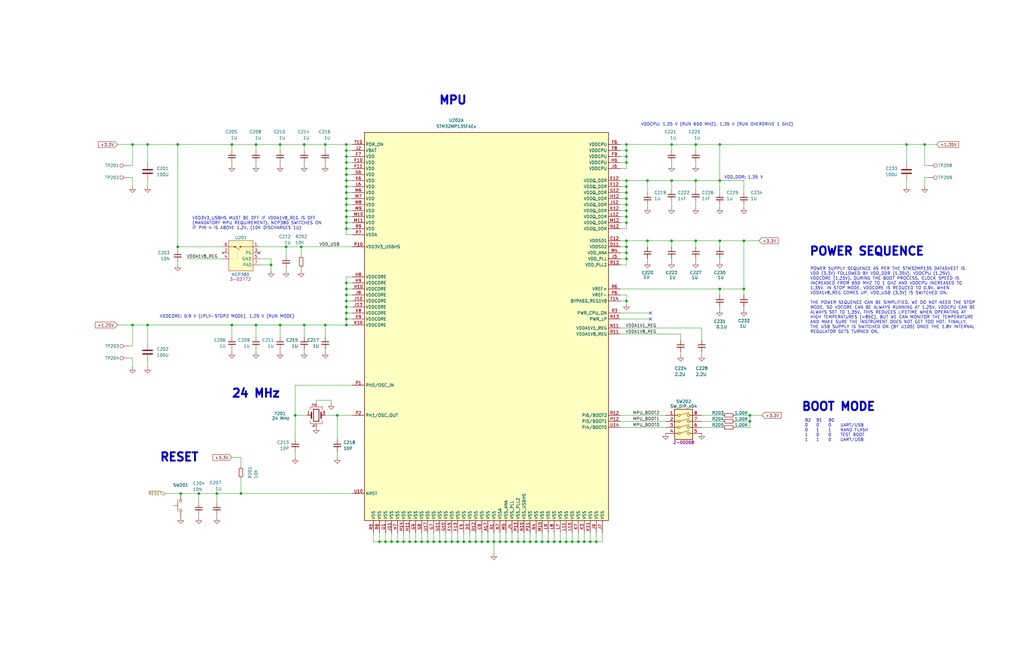
<source format=kicad_sch>
(kicad_sch (version 20231120) (generator "eeschema") (generator_version "8.0")
  (paper "B")
  (title_block (title "${TITLE}") (date "${ISSUE_DATE}") (rev "${REVISION}") (company "${COMPANY}"))
  (lib_symbols
    (symbol "Connector:TestPoint" (pin_numbers hide) (pin_names (offset 0.762) hide)
      (property "Reference" "TP" (at 0 6.858 0))
      (property "Value" "TestPoint" (at 0 5.08 0))
      (symbol "TestPoint_1_1"
        (pin passive line (at 0 0 90) (length 2.54) (name "1") (number "1"))
      )
    )
    (symbol "Device:C" (pin_numbers hide) (pin_names (offset 0.254))
      (property "Reference" "C" (at 0.635 2.54 0))
      (property "Value" "C" (at 0.635 -2.54 0))
      (symbol "C_1_1"
        (pin passive line (at 0 3.81 270) (length 2.794) (name "~") (number "1"))
        (pin passive line (at 0 -3.81 90) (length 2.794) (name "~") (number "2"))
      )
    )
    (symbol "Device:C_Small" (pin_numbers hide) (pin_names (offset 0.254) hide)
      (property "Reference" "C" (at 0.254 1.778 0))
      (property "Value" "C_Small" (at 0.254 -2.032 0))
      (symbol "C_Small_1_1"
        (pin passive line (at 0 2.54 270) (length 2.032) (name "~") (number "1"))
        (pin passive line (at 0 -2.54 90) (length 2.032) (name "~") (number "2"))
      )
    )
    (symbol "Device:Crystal_GND24" (pin_names (offset 1.016) hide)
      (property "Reference" "Y" (at 3.175 5.08 0))
      (property "Value" "Crystal_GND24" (at 3.175 3.175 0))
      (symbol "Crystal_GND24_1_1"
        (pin passive line (at -3.81 0 0) (length 1.27) (name "1") (number "1"))
        (pin passive line (at 0 5.08 270) (length 1.27) (name "2") (number "2"))
        (pin passive line (at 3.81 0 180) (length 1.27) (name "3") (number "3"))
        (pin passive line (at 0 -5.08 90) (length 1.27) (name "4") (number "4"))
      )
    )
    (symbol "Device:R_Small" (pin_numbers hide) (pin_names (offset 0.254) hide)
      (property "Reference" "R" (at 0.762 0.508 0))
      (property "Value" "R_Small" (at 0.762 -1.016 0))
      (symbol "R_Small_1_1"
        (pin passive line (at 0 2.54 270) (length 0.762) (name "~") (number "1"))
        (pin passive line (at 0 -2.54 90) (length 0.762) (name "~") (number "2"))
      )
    )
    (symbol "SRS_MPU:STM32MP135FAEx"
      (property "Reference" "U" (at -16.51 53.594 0))
      (property "Value" "STM32MP135FAEx" (at -9.144 53.086 0))
      (symbol "STM32MP135FAEx_1_1"
        (pin power_in line (at 12.7 -120.65 90) (length 5.08) (name "VSS") (number "A1"))
        (pin passive line (at 10.16 -120.65 90) (length 5.08) (name "VSS") (number "A17"))
        (pin power_in line (at 66.04 2.54 180) (length 5.08) (name "VDDSD1") (number "C12"))
        (pin passive line (at 7.62 -120.65 90) (length 5.08) (name "VSS") (number "C8"))
        (pin power_in line (at 66.04 0 180) (length 5.08) (name "VDDSD2") (number "D11"))
        (pin passive line (at 5.08 -120.65 90) (length 5.08) (name "VSS") (number "D12"))
        (pin passive line (at 2.54 -120.65 90) (length 5.08) (name "VSS") (number "D3"))
        (pin power_in line (at 66.04 27.94 180) (length 5.08) (name "VDDQ_DDR") (number "E12"))
        (pin passive line (at 0 -120.65 90) (length 5.08) (name "VSS") (number "E5"))
        (pin power_in line (at -46.99 35.56 0) (length 5.08) (name "VDD") (number "F10"))
        (pin power_in line (at -46.99 33.02 0) (length 5.08) (name "VDD") (number "F11"))
        (pin power_in line (at 66.04 25.4 180) (length 5.08) (name "VDDQ_DDR") (number "F12"))
        (pin passive line (at -2.54 -120.65 90) (length 5.08) (name "VSS") (number "F13"))
        (pin passive line (at -5.08 -120.65 90) (length 5.08) (name "VSS") (number "F15"))
        (pin power_in line (at 66.04 43.18 180) (length 5.08) (name "VDDCPU") (number "F6"))
        (pin power_in line (at -46.99 38.1 0) (length 5.08) (name "VDD") (number "F7"))
        (pin power_in line (at 66.04 40.64 180) (length 5.08) (name "VDDCPU") (number "F8"))
        (pin power_in line (at 66.04 38.1 180) (length 5.08) (name "VDDCPU") (number "F9"))
        (pin passive line (at -7.62 -120.65 90) (length 5.08) (name "VSS") (number "G10"))
        (pin passive line (at -10.16 -120.65 90) (length 5.08) (name "VSS") (number "G11"))
        (pin power_in line (at 66.04 22.86 180) (length 5.08) (name "VDDQ_DDR") (number "G12"))
        (pin power_in line (at -46.99 30.48 0) (length 5.08) (name "VDD") (number "G6"))
        (pin passive line (at -12.7 -120.65 90) (length 5.08) (name "VSS") (number "G7"))
        (pin passive line (at -17.78 -120.65 90) (length 5.08) (name "VSS") (number "G8"))
        (pin passive line (at -20.32 -120.65 90) (length 5.08) (name "VSS") (number "G9"))
        (pin power_in line (at -46.99 -17.78 0) (length 5.08) (name "VDDCORE") (number "H10"))
        (pin passive line (at -22.86 -120.65 90) (length 5.08) (name "VSS") (number "H11"))
        (pin power_in line (at 66.04 20.32 180) (length 5.08) (name "VDDQ_DDR") (number "H12"))
        (pin passive line (at -25.4 -120.65 90) (length 5.08) (name "VSS") (number "H14"))
        (pin power_in line (at 66.04 35.56 180) (length 5.08) (name "VDDCPU") (number "H6"))
        (pin passive line (at -27.94 -120.65 90) (length 5.08) (name "VSS") (number "H7"))
        (pin power_in line (at -46.99 -12.7 0) (length 5.08) (name "VDDCORE") (number "H8"))
        (pin power_in line (at -46.99 -15.24 0) (length 5.08) (name "VDDCORE") (number "H9"))
        (pin power_in line (at -46.99 -22.86 0) (length 5.08) (name "VDDCORE") (number "J10"))
        (pin passive line (at -30.48 -120.65 90) (length 5.08) (name "VSS") (number "J11"))
        (pin power_in line (at 66.04 17.78 180) (length 5.08) (name "VDDQ_DDR") (number "J12"))
        (pin power_in line (at -46.99 -25.4 0) (length 5.08) (name "VDDCORE") (number "J13"))
        (pin power_in line (at -46.99 40.64 0) (length 5.08) (name "VBAT") (number "J2"))
        (pin power_in line (at 20.32 -120.65 90) (length 5.08) (name "VSS_PLL") (number "J4"))
        (pin power_in line (at 66.04 -5.08 180) (length 5.08) (name "VDD_PLL") (number "J5"))
        (pin power_in line (at 66.04 33.02 180) (length 5.08) (name "VDDCPU") (number "J6"))
        (pin passive line (at 58.42 -120.65 90) (length 5.08) (name "VSS") (number "J7"))
        (pin power_in line (at -46.99 -20.32 0) (length 5.08) (name "VDDCORE") (number "J8"))
        (pin passive line (at 55.88 -120.65 90) (length 5.08) (name "VSS") (number "J9"))
        (pin power_in line (at -46.99 -33.02 0) (length 5.08) (name "VDDCORE") (number "K10"))
        (pin passive line (at 53.34 -120.65 90) (length 5.08) (name "VSS") (number "K11"))
        (pin power_in line (at 66.04 15.24 180) (length 5.08) (name "VDDQ_DDR") (number "K12"))
        (pin passive line (at 50.8 -120.65 90) (length 5.08) (name "VSS") (number "K3"))
        (pin power_in line (at -46.99 27.94 0) (length 5.08) (name "VDD") (number "K6"))
        (pin passive line (at 48.26 -120.65 90) (length 5.08) (name "VSS") (number "K7"))
        (pin power_in line (at -46.99 -27.94 0) (length 5.08) (name "VDDCORE") (number "K8"))
        (pin power_in line (at -46.99 -30.48 0) (length 5.08) (name "VDDCORE") (number "K9"))
        (pin passive line (at 45.72 -120.65 90) (length 5.08) (name "VSS") (number "L10"))
        (pin passive line (at 43.18 -120.65 90) (length 5.08) (name "VSS") (number "L11"))
        (pin power_in line (at 66.04 12.7 180) (length 5.08) (name "VDDQ_DDR") (number "L12"))
        (pin power_in line (at -46.99 25.4 0) (length 5.08) (name "VDD") (number "L6"))
        (pin passive line (at 40.64 -120.65 90) (length 5.08) (name "VSS") (number "L7"))
        (pin passive line (at 38.1 -120.65 90) (length 5.08) (name "VSS") (number "L8"))
        (pin passive line (at 35.56 -120.65 90) (length 5.08) (name "VSS") (number "L9"))
        (pin power_in line (at -46.99 12.7 0) (length 5.08) (name "VDD") (number "M10"))
        (pin power_in line (at -46.99 10.16 0) (length 5.08) (name "VDD") (number "M11"))
        (pin power_in line (at 66.04 10.16 180) (length 5.08) (name "VDDQ_DDR") (number "M12"))
        (pin passive line (at 33.02 -120.65 90) (length 5.08) (name "VSS") (number "M15"))
        (pin power_in line (at 66.04 -2.54 180) (length 5.08) (name "VDD_ANA") (number "M4"))
        (pin power_in line (at 17.78 -120.65 90) (length 5.08) (name "VSS_ANA") (number "M5"))
        (pin power_in line (at -46.99 22.86 0) (length 5.08) (name "VDD") (number "M6"))
        (pin power_in line (at -46.99 20.32 0) (length 5.08) (name "VDD") (number "M7"))
        (pin power_in line (at -46.99 17.78 0) (length 5.08) (name "VDD") (number "M8"))
        (pin power_in line (at -46.99 15.24 0) (length 5.08) (name "VDD") (number "M9"))
        (pin power_in line (at 25.4 -120.65 90) (length 5.08) (name "VSS_USBHS") (number "N10"))
        (pin power_in line (at 66.04 -34.29 180) (length 5.08) (name "VDDA1V1_REG") (number "N11"))
        (pin power_in line (at 66.04 7.62 180) (length 5.08) (name "VDDQ_DDR") (number "N12"))
        (pin output line (at 66.04 -30.48 180) (length 5.08) (name "PWR_LP") (number "N13"))
        (pin passive line (at 30.48 -120.65 90) (length 5.08) (name "VSS") (number "N4"))
        (pin power_in line (at 15.24 -120.65 90) (length 5.08) (name "VSSA") (number "N7"))
        (pin bidirectional line (at -46.99 -58.42 0) (length 5.08) (name "PH0/OSC_IN") (number "P1"))
        (pin power_in line (at -46.99 0 0) (length 5.08) (name "VDD3V3_USBHS") (number "P10"))
        (pin passive line (at 27.94 -120.65 90) (length 5.08) (name "VSS") (number "P11"))
        (pin bidirectional line (at 66.04 -73.66 180) (length 5.08) (name "PI5/BOOT1") (number "P12"))
        (pin power_in line (at 22.86 -120.65 90) (length 5.08) (name "VSS_PLL2") (number "P13"))
        (pin bidirectional line (at -46.99 -71.12 0) (length 5.08) (name "PH1/OSC_OUT") (number "P2"))
        (pin input line (at 66.04 -20.32 180) (length 5.08) (name "VREF-") (number "P6"))
        (pin power_in line (at -46.99 5.08 0) (length 5.08) (name "VDDA") (number "P7"))
        (pin power_in line (at 66.04 -36.83 180) (length 5.08) (name "VDDA1V8_REG") (number "R11"))
        (pin bidirectional line (at 66.04 -71.12 180) (length 5.08) (name "PI6/BOOT2") (number "R12"))
        (pin power_in line (at 66.04 -7.62 180) (length 5.08) (name "VDD_PLL2") (number "R13"))
        (pin output line (at 66.04 -27.94 180) (length 5.08) (name "PWR_CPU_ON") (number "R3"))
        (pin passive line (at -38.1 -120.65 90) (length 5.08) (name "VSS") (number "R5"))
        (pin input line (at 66.04 -17.78 180) (length 5.08) (name "VREF+") (number "R6"))
        (pin passive line (at -35.56 -120.65 90) (length 5.08) (name "VSS") (number "R8"))
        (pin power_in line (at -46.99 7.62 0) (length 5.08) (name "VDD") (number "R9"))
        (pin bidirectional line (at -46.99 43.18 0) (length 5.08) (name "PDR_ON") (number "T10"))
        (pin bidirectional line (at 66.04 -22.86 180) (length 5.08) (name "BYPASS_REG1V8") (number "T14"))
        (pin passive line (at -33.02 -120.65 90) (length 5.08) (name "VSS") (number "U1"))
        (pin input line (at -46.99 -104.14 0) (length 5.08) (name "NRST") (number "U10"))
        (pin bidirectional line (at 66.04 -76.2 180) (length 5.08) (name "PI4/BOOT0") (number "U14"))
        (pin passive line (at -15.24 -120.65 90) (length 5.08) (name "VSS") (number "U17"))
      )
      (symbol "STM32MP135FAEx_2_1"
        (pin bidirectional line (at 12.7 -19.05 180) (length 5.08) (name "PD2/SDMMC1_CMD") (number "A15"))
        (pin bidirectional line (at 12.7 -31.75 180) (length 5.08) (name "PC9/SDMMC1_D1") (number "A16"))
        (pin bidirectional line (at 12.7 60.96 180) (length 5.08) (name "PA9/FMC_NWAIT") (number "A2"))
        (pin bidirectional line (at 12.7 48.26 180) (length 5.08) (name "PE7/FMC_D4") (number "A5"))
        (pin bidirectional line (at 12.7 63.5 180) (length 5.08) (name "PD5/FMC_NWE") (number "A6"))
        (pin bidirectional line (at 12.7 45.72 180) (length 5.08) (name "PE8/FMC_D5") (number "A7"))
        (pin bidirectional line (at 12.7 -13.97 180) (length 5.08) (name "PC10/SDMMC1_D2") (number "B14"))
        (pin bidirectional line (at 12.7 -24.13 180) (length 5.08) (name "PC12/SDMMC1_CK") (number "B15"))
        (pin bidirectional line (at -41.91 12.7 0) (length 5.08) (name "DDR_DQ4") (number "B16"))
        (pin bidirectional line (at -41.91 22.86 0) (length 5.08) (name "DDR_DQ0") (number "B17"))
        (pin bidirectional line (at 12.7 58.42 180) (length 5.08) (name "PD14/FMC_D0") (number "B3"))
        (pin bidirectional line (at 12.7 43.18 180) (length 5.08) (name "PE9/FMC_D6") (number "B6"))
        (pin bidirectional line (at 12.7 40.64 180) (length 5.08) (name "PE10/FMC_D7") (number "B8"))
        (pin bidirectional line (at 12.7 -16.51 180) (length 5.08) (name "PC11/SDMMC1_D3") (number "C14"))
        (pin bidirectional line (at -41.91 20.32 0) (length 5.08) (name "DDR_DQ1") (number "C15"))
        (pin bidirectional line (at -41.91 35.56 0) (length 5.08) (name "DDR_DQS0N") (number "C16"))
        (pin bidirectional line (at -41.91 33.02 0) (length 5.08) (name "DDR_DQS0P") (number "C17"))
        (pin bidirectional line (at 12.7 71.12 180) (length 5.08) (name "PD12/FMC_ALE") (number "C6"))
        (pin bidirectional line (at 12.7 55.88 180) (length 5.08) (name "PD15/FMC_D1") (number "C7"))
        (pin bidirectional line (at 12.7 -29.21 180) (length 5.08) (name "PC8/SDMMC_D0") (number "D14"))
        (pin bidirectional line (at -41.91 43.18 0) (length 5.08) (name "DDR_DQM0") (number "D15"))
        (pin bidirectional line (at -41.91 10.16 0) (length 5.08) (name "DDR_DQ5") (number "D16"))
        (pin bidirectional line (at -41.91 15.24 0) (length 5.08) (name "DDR_DQ3") (number "D17"))
        (pin bidirectional line (at 12.7 50.8 180) (length 5.08) (name "PD1/FMC_D3") (number "D5"))
        (pin bidirectional line (at 12.7 73.66 180) (length 5.08) (name "PG9/FMC_NCE") (number "E1"))
        (pin bidirectional line (at -41.91 17.78 0) (length 5.08) (name "DDR_DQ2") (number "E13"))
        (pin bidirectional line (at -41.91 7.62 0) (length 5.08) (name "DDR_DQ6") (number "E14"))
        (pin bidirectional line (at -41.91 5.08 0) (length 5.08) (name "DDR_DQ7") (number "E15"))
        (pin bidirectional line (at -41.91 76.2 0) (length 5.08) (name "DDR_A5") (number "E16"))
        (pin bidirectional line (at -41.91 -43.18 0) (length 5.08) (name "DDR_RESETN") (number "E17"))
        (pin bidirectional line (at 12.7 68.58 180) (length 5.08) (name "PD11/FMC_CLE") (number "E2"))
        (pin bidirectional line (at 12.7 53.34 180) (length 5.08) (name "PD0/FMC_D2") (number "E4"))
        (pin bidirectional line (at 12.7 66.04 180) (length 5.08) (name "PD4/FMC_NOE") (number "E7"))
        (pin bidirectional line (at -41.91 55.88 0) (length 5.08) (name "DDR_A13") (number "F14"))
        (pin bidirectional line (at -41.91 66.04 0) (length 5.08) (name "DDR_A9") (number "F16"))
        (pin bidirectional line (at -41.91 83.82 0) (length 5.08) (name "DDR_A2") (number "F17"))
        (pin bidirectional line (at -41.91 93.98 0) (length 5.08) (name "DDR_BA2") (number "G13"))
        (pin bidirectional line (at -41.91 71.12 0) (length 5.08) (name "DDR_A7") (number "G14"))
        (pin bidirectional line (at -41.91 81.28 0) (length 5.08) (name "DDR_A3") (number "G15"))
        (pin bidirectional line (at -41.91 88.9 0) (length 5.08) (name "DDR_A0") (number "G16"))
        (pin bidirectional line (at -41.91 99.06 0) (length 5.08) (name "DDR_BA0") (number "G17"))
        (pin bidirectional line (at -41.91 -45.72 0) (length 5.08) (name "DDR_WEN") (number "H13"))
        (pin bidirectional line (at -41.91 -38.1 0) (length 5.08) (name "DDR_ODT") (number "H15"))
        (pin bidirectional line (at -41.91 -30.48 0) (length 5.08) (name "DDR_CSN") (number "H16"))
        (pin bidirectional line (at -41.91 -40.64 0) (length 5.08) (name "DDR_RASN") (number "H17"))
        (pin bidirectional line (at -41.91 63.5 0) (length 5.08) (name "DDR_A10") (number "J14"))
        (pin bidirectional line (at -41.91 -20.32 0) (length 5.08) (name "DDR_CASN") (number "J15"))
        (pin bidirectional line (at -41.91 -27.94 0) (length 5.08) (name "DDR_CLKP") (number "J16"))
        (pin bidirectional line (at -41.91 -25.4 0) (length 5.08) (name "DDR_CLKN") (number "J17"))
        (pin bidirectional line (at -41.91 60.96 0) (length 5.08) (name "DDR_A11") (number "K13"))
        (pin bidirectional line (at -41.91 -22.86 0) (length 5.08) (name "DDR_CKE") (number "K14"))
        (pin bidirectional line (at -41.91 86.36 0) (length 5.08) (name "DDR_A1") (number "K15"))
        (pin bidirectional line (at -41.91 50.8 0) (length 5.08) (name "DDR_A15") (number "K16"))
        (pin bidirectional line (at -41.91 58.42 0) (length 5.08) (name "DDR_A12") (number "K17"))
        (pin bidirectional line (at -41.91 48.26 0) (length 5.08) (name "DDR_ATO") (number "L13"))
        (pin bidirectional line (at -41.91 -33.02 0) (length 5.08) (name "DDR_DTO0") (number "L14"))
        (pin bidirectional line (at -41.91 68.58 0) (length 5.08) (name "DDR_A8") (number "L15"))
        (pin bidirectional line (at -41.91 96.52 0) (length 5.08) (name "DDR_BA1") (number "L16"))
        (pin bidirectional line (at -41.91 53.34 0) (length 5.08) (name "DDR_A14") (number "L17"))
        (pin bidirectional line (at -41.91 -48.26 0) (length 5.08) (name "DDR_VREF") (number "M13"))
        (pin bidirectional line (at -41.91 78.74 0) (length 5.08) (name "DDR_A4") (number "M14"))
        (pin bidirectional line (at -41.91 -35.56 0) (length 5.08) (name "DDR_DTO1") (number "M16"))
        (pin bidirectional line (at -41.91 73.66 0) (length 5.08) (name "DDR_A6") (number "M17"))
        (pin bidirectional line (at -41.91 40.64 0) (length 5.08) (name "DDR_DQM1") (number "N14"))
        (pin bidirectional line (at -41.91 -2.54 0) (length 5.08) (name "DDR_DQ10") (number "N15"))
        (pin bidirectional line (at -41.91 2.54 0) (length 5.08) (name "DDR_DQ8") (number "N16"))
        (pin bidirectional line (at -41.91 -50.8 0) (length 5.08) (name "DDR_ZQ") (number "N17"))
        (pin output line (at 12.7 34.29 180) (length 5.08) (name "PWR_ON") (number "P14"))
        (pin bidirectional line (at -41.91 -5.08 0) (length 5.08) (name "DDR_DQ11") (number "P15"))
        (pin bidirectional line (at -41.91 -10.16 0) (length 5.08) (name "DDR_DQ13") (number "P16"))
        (pin bidirectional line (at -41.91 0 0) (length 5.08) (name "DDR_DQ9") (number "P17"))
        (pin bidirectional line (at -41.91 -7.62 0) (length 5.08) (name "DDR_DQ12") (number "R15"))
        (pin bidirectional line (at -41.91 30.48 0) (length 5.08) (name "DDR_DQS1N") (number "R16"))
        (pin bidirectional line (at -41.91 27.94 0) (length 5.08) (name "DDR_DQS1P") (number "R17"))
        (pin bidirectional line (at -41.91 -15.24 0) (length 5.08) (name "DDR_DQ15") (number "T16"))
        (pin bidirectional line (at -41.91 -12.7 0) (length 5.08) (name "DDR_DQ14") (number "T17"))
        (pin bidirectional line (at 12.7 -36.83 180) (length 5.08) (name "PI7") (number "U16"))
      )
      (symbol "STM32MP135FAEx_3_1"
        (pin bidirectional line (at -58.42 -35.56 0) (length 5.08) (name "PH13/I2C5_SCL") (number "A10"))
        (pin bidirectional line (at -58.42 15.24 0) (length 5.08) (name "PG6/LCD_DE") (number "A14"))
        (pin bidirectional line (at -58.42 -43.18 0) (length 5.08) (name "PB7") (number "A4"))
        (pin bidirectional line (at -58.42 35.56 0) (length 5.08) (name "PH9/LCD_B5") (number "A9"))
        (pin bidirectional line (at -58.42 -38.1 0) (length 5.08) (name "PF3/I2C5_SDA") (number "B10"))
        (pin bidirectional line (at -58.42 83.82 0) (length 5.08) (name "PB15/TIM1_CH3N") (number "B12"))
        (pin bidirectional line (at -58.42 76.2 0) (length 5.08) (name "PF5/LCD_R5") (number "B2"))
        (pin bidirectional line (at -58.42 17.78 0) (length 5.08) (name "PE12/LCD_VSYNC") (number "B4"))
        (pin bidirectional line (at -58.42 20.32 0) (length 5.08) (name "PE1/LCD_HSYNC") (number "B5"))
        (pin bidirectional line (at -58.42 30.48 0) (length 5.08) (name "PB6/LCD_B7") (number "C1"))
        (pin bidirectional line (at -58.42 73.66 0) (length 5.08) (name "PF0/LCD_R6") (number "C13"))
        (pin bidirectional line (at -58.42 -45.72 0) (length 5.08) (name "PH12") (number "C2"))
        (pin bidirectional line (at -58.42 -69.85 0) (length 5.08) (name "PD8/UART4_RX(boot)") (number "C5"))
        (pin bidirectional line (at -58.42 22.86 0) (length 5.08) (name "PG7") (number "C9"))
        (pin bidirectional line (at -58.42 78.74 0) (length 5.08) (name "PE3/LCD_R4") (number "D13"))
        (pin bidirectional line (at -58.42 -72.39 0) (length 5.08) (name "PD6/UART4_TX(boot)") (number "D2"))
        (pin bidirectional line (at -58.42 55.88 0) (length 5.08) (name "PG0/LCD_G5") (number "D7"))
        (pin bidirectional line (at -58.42 81.28 0) (length 5.08) (name "PB12/LCD_R3") (number "D9"))
        (pin bidirectional line (at -58.42 53.34 0) (length 5.08) (name "PA12/LCD_G6") (number "E3"))
        (pin bidirectional line (at -58.42 50.8 0) (length 5.08) (name "PA15/LCD_G7") (number "E6"))
        (pin bidirectional line (at -58.42 25.4 0) (length 5.08) (name "PD9/LCD_CLK") (number "E8"))
        (pin bidirectional line (at -58.42 58.42 0) (length 5.08) (name "PG5/LCD_G4") (number "F2"))
        (pin bidirectional line (at -58.42 71.12 0) (length 5.08) (name "PF6/LCD_R7") (number "G2"))
        (pin bidirectional line (at -58.42 40.64 0) (length 5.08) (name "PG15/LCD_B3") (number "G4"))
        (pin bidirectional line (at -58.42 38.1 0) (length 5.08) (name "PB2/LCD_B4") (number "H4"))
        (pin bidirectional line (at -58.42 33.02 0) (length 5.08) (name "PF4/LCD_B6") (number "L2"))
        (pin bidirectional line (at 12.7 64.77 180) (length 5.08) (name "PG3/ETH1_MDIO") (number "L5"))
        (pin bidirectional line (at -58.42 63.5 0) (length 5.08) (name "PF7/LCD_G2") (number "M1"))
        (pin bidirectional line (at 12.7 57.15 180) (length 5.08) (name "PG11") (number "M3"))
        (pin bidirectional line (at -58.42 60.96 0) (length 5.08) (name "PE6/LCD_G3") (number "N1"))
        (pin bidirectional line (at 12.7 77.47 180) (length 5.08) (name "PB11/ETH1_TX_EN") (number "N5"))
        (pin bidirectional line (at 12.7 -63.5 180) (length 5.08) (name "NJTRST") (number "N9"))
        (pin bidirectional line (at 12.7 -50.8 180) (length 5.08) (name "PA13") (number "P3"))
        (pin bidirectional line (at 12.7 -53.34 180) (length 5.08) (name "PF14/JTCK") (number "P4"))
        (pin bidirectional line (at 12.7 16.51 180) (length 5.08) (name "PA2/ADC1_INP1") (number "P5"))
        (pin bidirectional line (at 12.7 82.55 180) (length 5.08) (name "PG13/ETH1_TXD0") (number "P8"))
        (pin bidirectional line (at 12.7 80.01 180) (length 5.08) (name "PG14/ETH1_TXD1") (number "P9"))
        (pin bidirectional line (at 12.7 62.23 180) (length 5.08) (name "PG2/ETH1_MDC") (number "R1"))
        (pin bidirectional line (at 12.7 -55.88 180) (length 5.08) (name "PF15/JTMS") (number "R10"))
        (pin bidirectional line (at 12.7 -60.96 180) (length 5.08) (name "PH5/JTDO") (number "R14"))
        (pin bidirectional line (at 12.7 72.39 180) (length 5.08) (name "PC5/ETH1_RXD1") (number "R7"))
        (pin bidirectional line (at 12.7 54.61 180) (length 5.08) (name "PG12/ETH1_PHY_INTN") (number "T1"))
        (pin bidirectional line (at 12.7 -6.35 180) (length 5.08) (name "USBH_HS_DP2(boot)/OTG_HS_DP") (number "T11"))
        (pin bidirectional line (at 12.7 11.43 180) (length 5.08) (name "USB_DP1") (number "T13"))
        (pin bidirectional line (at 12.7 -58.42 180) (length 5.08) (name "PH4/JTDI") (number "T15"))
        (pin bidirectional line (at 12.7 49.53 180) (length 5.08) (name "PA11/ETH1_CLK") (number "T2"))
        (pin bidirectional line (at 12.7 -8.89 180) (length 5.08) (name "USBH_HS_DM2(boot)/OTG_HS_DM") (number "U11"))
        (pin bidirectional line (at 12.7 13.97 180) (length 5.08) (name "USB_RREF") (number "U12"))
        (pin bidirectional line (at 12.7 8.89 180) (length 5.08) (name "USB_DM1") (number "U13"))
        (pin bidirectional line (at 12.7 67.31 180) (length 5.08) (name "PA7/ETH1_CRS_DV") (number "U2"))
        (pin bidirectional line (at 12.7 74.93 180) (length 5.08) (name "PC4/ETH1_RXD0") (number "U6"))
      )
      (symbol "STM32MP135FAEx_4_1"
        (pin bidirectional line (at -38.1 -48.26 0) (length 5.08) (name "PC7/USART6_RX") (number "A11"))
        (pin bidirectional line (at -38.1 -43.18 0) (length 5.08) (name "PB9/UART5_TX") (number "A12"))
        (pin bidirectional line (at -38.1 -20.32 0) (length 5.08) (name "PB14/USART1_TX") (number "A13"))
        (pin bidirectional line (at -38.1 0 0) (length 5.08) (name "PD10/SPI4_NSS") (number "A3"))
        (pin bidirectional line (at -38.1 -35.56 0) (length 5.08) (name "PG4/USART3_RX") (number "A8"))
        (pin bidirectional line (at 33.02 44.45 180) (length 5.08) (name "PD3/I2C1_SDA") (number "B1"))
        (pin bidirectional line (at -38.1 -50.8 0) (length 5.08) (name "PC6/USART6_TX") (number "B11"))
        (pin bidirectional line (at -38.1 2.54 0) (length 5.08) (name "PB4/SPI4_SCK") (number "B13"))
        (pin bidirectional line (at 33.02 29.21 180) (length 5.08) (name "PH14/I2C3_SDA") (number "B7"))
        (pin bidirectional line (at 33.02 36.83 180) (length 5.08) (name "PF1/I2C2_SDA") (number "B9"))
        (pin bidirectional line (at -38.1 -40.64 0) (length 5.08) (name "PB5/UART5_RX") (number "C10"))
        (pin bidirectional line (at -38.1 -55.88 0) (length 5.08) (name "PB3/UART7_RX") (number "C11"))
        (pin bidirectional line (at -38.1 48.26 0) (length 5.08) (name "PE14/QUADSPI_BK1_NCS") (number "C3"))
        (pin bidirectional line (at -38.1 7.62 0) (length 5.08) (name "PE13/SPI4_MISO") (number "C4"))
        (pin bidirectional line (at 33.02 46.99 180) (length 5.08) (name "PB8/I2C1_SCL") (number "D1"))
        (pin bidirectional line (at -38.1 -33.02 0) (length 5.08) (name "PB10/USART3_TX") (number "D10"))
        (pin bidirectional line (at -38.1 5.08 0) (length 5.08) (name "PE11/SPI4_MOSI") (number "D4"))
        (pin bidirectional line (at -38.1 -63.5 0) (length 5.08) (name "PE0/UART8_RX") (number "D6"))
        (pin bidirectional line (at 33.02 24.13 180) (length 5.08) (name "PE15/I2C4_SCL") (number "D8"))
        (pin bidirectional line (at -38.1 12.7 0) (length 5.08) (name "PB13/SPI2_NSS") (number "E10"))
        (pin bidirectional line (at -38.1 17.78 0) (length 5.08) (name "PH10/SPI2_MOSI") (number "E11"))
        (pin bidirectional line (at 33.02 39.37 180) (length 5.08) (name "PF2/I2C2_SCL") (number "E9"))
        (pin bidirectional line (at -38.1 -10.16 0) (length 5.08) (name "PG10/SPI5_SCK") (number "F1"))
        (pin bidirectional line (at -38.1 -5.08 0) (length 5.08) (name "PG8/SPI5_MISO") (number "F3"))
        (pin bidirectional line (at -38.1 -58.42 0) (length 5.08) (name "PH2/UART7_TX") (number "F4"))
        (pin bidirectional line (at -38.1 -25.4 0) (length 5.08) (name "PH8/USART2_RX") (number "F5"))
        (pin bidirectional line (at -38.1 43.18 0) (length 5.08) (name "PF9/QUADSPI_BK1_IO1") (number "G1"))
        (pin bidirectional line (at -38.1 50.8 0) (length 5.08) (name "PF10/QUADSPI_CLK") (number "G3"))
        (pin bidirectional line (at -38.1 45.72 0) (length 5.08) (name "PF8/QUADSPI_BK1_IO0") (number "G5"))
        (pin bidirectional line (at -38.1 -12.7 0) (length 5.08) (name "PH11/SPI5_NSS") (number "H1"))
        (pin bidirectional line (at 33.02 -52.07 180) (length 5.08) (name "PI3") (number "H2"))
        (pin bidirectional line (at -38.1 38.1 0) (length 5.08) (name "PH7/QUADSPI_BK1_IO3") (number "H3"))
        (pin bidirectional line (at -38.1 -66.04 0) (length 5.08) (name "PE4/UART8_TX") (number "H5"))
        (pin bidirectional line (at -38.1 -17.78 0) (length 5.08) (name "PD13/USART1_RX") (number "J1"))
        (pin bidirectional line (at 33.02 -49.53 180) (length 5.08) (name "PI2") (number "J3"))
        (pin bidirectional line (at 33.02 -34.29 180) (length 5.08) (name "PC14") (number "K1"))
        (pin bidirectional line (at 33.02 -36.83 180) (length 5.08) (name "PC15") (number "K2"))
        (pin bidirectional line (at 33.02 -31.75 180) (length 5.08) (name "PC13") (number "K4"))
        (pin bidirectional line (at 33.02 -46.99 180) (length 5.08) (name "PI1") (number "K5"))
        (pin bidirectional line (at -38.1 -7.62 0) (length 5.08) (name "PE2/SPI5_MOSI") (number "L1"))
        (pin bidirectional line (at -38.1 15.24 0) (length 5.08) (name "PH6/SPI2_SCK") (number "L3"))
        (pin bidirectional line (at 33.02 -44.45 180) (length 5.08) (name "PI0") (number "L4"))
        (pin bidirectional line (at 33.02 21.59 180) (length 5.08) (name "PA8/I2C4_SDA") (number "M2"))
        (pin bidirectional line (at -38.1 20.32 0) (length 5.08) (name "PG1/SPI2_MISO") (number "N2"))
        (pin bidirectional line (at -38.1 40.64 0) (length 5.08) (name "PD7/QUADSPI_BK1_IO2") (number "N3"))
        (pin bidirectional line (at -38.1 -27.94 0) (length 5.08) (name "PF13/USART2_TX") (number "N6"))
        (pin bidirectional line (at -38.1 30.48 0) (length 5.08) (name "PA3/SPI1_MOSI") (number "N8"))
        (pin bidirectional line (at 33.02 31.75 180) (length 5.08) (name "PH3/I2C3_SCL") (number "R2"))
        (pin bidirectional line (at 33.02 -54.61 180) (length 5.08) (name "PA1") (number "R4"))
        (pin bidirectional line (at 33.02 -19.05 180) (length 5.08) (name "PA14") (number "T12"))
        (pin bidirectional line (at 33.02 -24.13 180) (length 5.08) (name "PC0") (number "T3"))
        (pin bidirectional line (at -38.1 25.4 0) (length 5.08) (name "PF12/SPI1_NSS") (number "T4"))
        (pin bidirectional line (at -38.1 33.02 0) (length 5.08) (name "PC3/SPI1_MISO") (number "T5"))
        (pin bidirectional line (at 33.02 -41.91 180) (length 5.08) (name "PF11") (number "T6"))
        (pin bidirectional line (at -38.1 27.94 0) (length 5.08) (name "PB1/SPI1_SCK") (number "T7"))
        (pin bidirectional line (at 33.02 -13.97 180) (length 5.08) (name "PA6") (number "T8"))
        (pin bidirectional line (at 33.02 -39.37 180) (length 5.08) (name "PE5") (number "T9"))
        (pin bidirectional line (at 33.02 -16.51 180) (length 5.08) (name "PA10") (number "U15"))
        (pin bidirectional line (at 33.02 -57.15 180) (length 5.08) (name "PA0") (number "U3"))
        (pin bidirectional line (at 33.02 -11.43 180) (length 5.08) (name "PA5") (number "U4"))
        (pin bidirectional line (at 33.02 -8.89 180) (length 5.08) (name "PA4") (number "U5"))
        (pin bidirectional line (at 33.02 -21.59 180) (length 5.08) (name "PB0") (number "U7"))
        (pin bidirectional line (at 33.02 -26.67 180) (length 5.08) (name "PC1") (number "U8"))
        (pin bidirectional line (at 33.02 -29.21 180) (length 5.08) (name "PC2") (number "U9"))
      )
    )
    (symbol "SRS_switches:NCP380"
      (property "Reference" "U" (at 4.826 1.27 0))
      (property "Value" "NCP380HMU05AATBG" (at 5.08 -14.224 0))
      (property "SRS" "3-02772" (at 4.826 -16.51 0))
      (symbol "NCP380_1_1"
        (pin output line (at 12.7 -2.54 180) (length 2.54) (name "") (number "1"))
        (pin no_connect line (at -2.54 -5.08 0) (length 2.54) (name "") (number "2"))
        (pin input line (at 12.7 -5.08 180) (length 2.54) (name "PG") (number "3"))
        (pin input line (at -2.54 -7.62 0) (length 2.54) (name "") (number "4"))
        (pin input line (at 12.7 -7.62 180) (length 2.54) (name "GND") (number "5"))
        (pin input line (at -2.54 -2.54 0) (length 2.54) (name "") (number "6"))
        (pin input line (at 12.7 -10.16 180) (length 2.54) (name "PAD") (number "7"))
      )
    )
    (symbol "Switch:SW_DIP_x04" (pin_names (offset 0) hide)
      (property "Reference" "SW" (at 0 8.89 0))
      (property "Value" "SW_DIP_x04" (at 0 -6.35 0))
      (symbol "SW_DIP_x04_1_1"
        (pin passive line (at -7.62 5.08 0) (length 5.08) (name "~") (number "1"))
        (pin passive line (at -7.62 2.54 0) (length 5.08) (name "~") (number "2"))
        (pin passive line (at -7.62 0 0) (length 5.08) (name "~") (number "3"))
        (pin passive line (at -7.62 -2.54 0) (length 5.08) (name "~") (number "4"))
        (pin passive line (at 7.62 -2.54 180) (length 5.08) (name "~") (number "5"))
        (pin passive line (at 7.62 0 180) (length 5.08) (name "~") (number "6"))
        (pin passive line (at 7.62 2.54 180) (length 5.08) (name "~") (number "7"))
        (pin passive line (at 7.62 5.08 180) (length 5.08) (name "~") (number "8"))
      )
    )
    (symbol "Switch:SW_Omron_B3FS" (pin_numbers hide) (pin_names (offset 1.016) hide)
      (property "Reference" "SW" (at 1.27 2.54 0))
      (property "Value" "SW_Omron_B3FS" (at 0 -1.524 0))
      (symbol "SW_Omron_B3FS_0_1"
        (pin passive line (at -5.08 0 0) (length 2.54) (name "1") (number "1"))
        (pin passive line (at 5.08 0 180) (length 2.54) (name "2") (number "2"))
      )
    )
    (symbol "power:GND" (power) (pin_numbers hide) (pin_names (offset 0) hide)
      (property "Value" "GND" (at 0 -3.81 0))
      (symbol "GND_1_1"
        (pin power_in line (at 0 0 270) (length 0) (name "~") (number "1"))
      )
    )
  )
  (junction (at 146.05 68.58))
  (junction (at 303.53 101.6))
  (junction (at 251.46 228.6))
  (junction (at 170.18 228.6))
  (junction (at 273.05 101.6))
  (junction (at 293.37 101.6))
  (junction (at 177.8 228.6))
  (junction (at 264.16 104.14))
  (junction (at 97.79 60.96))
  (junction (at 187.96 228.6))
  (junction (at 160.02 228.6))
  (junction (at 146.05 91.44))
  (junction (at 146.05 66.04))
  (junction (at 264.16 127))
  (junction (at 203.2 228.6))
  (junction (at 62.23 60.96))
  (junction (at 293.37 60.96))
  (junction (at 76.2 208.28))
  (junction (at 382.27 60.96))
  (junction (at 264.16 76.2))
  (junction (at 55.88 137.16))
  (junction (at 137.16 60.96))
  (junction (at 205.74 228.6))
  (junction (at 273.05 76.2))
  (junction (at 128.27 137.16))
  (junction (at 146.05 73.66))
  (junction (at 118.11 137.16))
  (junction (at 107.95 60.96))
  (junction (at 146.05 121.92))
  (junction (at 223.52 228.6))
  (junction (at 172.72 228.6))
  (junction (at 238.76 228.6))
  (junction (at 283.21 76.2))
  (junction (at 213.36 228.6))
  (junction (at 316.23 177.8))
  (junction (at 303.53 121.92))
  (junction (at 182.88 228.6))
  (junction (at 241.3 228.6))
  (junction (at 264.16 106.68))
  (junction (at 101.6 208.28))
  (junction (at 215.9 228.6))
  (junction (at 200.66 228.6))
  (junction (at 283.21 101.6))
  (junction (at 62.23 137.16))
  (junction (at 114.3 111.76))
  (junction (at 146.05 93.98))
  (junction (at 180.34 228.6))
  (junction (at 208.28 228.6))
  (junction (at 146.05 76.2))
  (junction (at 264.16 63.5))
  (junction (at 165.1 228.6))
  (junction (at 264.16 101.6))
  (junction (at 264.16 78.74))
  (junction (at 264.16 60.96))
  (junction (at 128.27 60.96))
  (junction (at 264.16 109.22))
  (junction (at 243.84 228.6))
  (junction (at 264.16 91.44))
  (junction (at 264.16 83.82))
  (junction (at 313.69 101.6))
  (junction (at 226.06 228.6))
  (junction (at 233.68 228.6))
  (junction (at 83.82 208.28))
  (junction (at 146.05 134.62))
  (junction (at 193.04 228.6))
  (junction (at 146.05 132.08))
  (junction (at 264.16 88.9))
  (junction (at 195.58 228.6))
  (junction (at 210.82 228.6))
  (junction (at 198.12 228.6))
  (junction (at 55.88 60.96))
  (junction (at 74.93 60.96))
  (junction (at 146.05 124.46))
  (junction (at 124.46 175.26))
  (junction (at 120.65 104.14))
  (junction (at 137.16 137.16))
  (junction (at 316.23 175.26))
  (junction (at 146.05 129.54))
  (junction (at 264.16 66.04))
  (junction (at 228.6 228.6))
  (junction (at 231.14 228.6))
  (junction (at 248.92 228.6))
  (junction (at 146.05 63.5))
  (junction (at 127 104.14))
  (junction (at 146.05 78.74))
  (junction (at 293.37 76.2))
  (junction (at 146.05 127))
  (junction (at 146.05 137.16))
  (junction (at 91.44 208.28))
  (junction (at 246.38 228.6))
  (junction (at 175.26 228.6))
  (junction (at 146.05 86.36))
  (junction (at 146.05 119.38))
  (junction (at 220.98 228.6))
  (junction (at 146.05 88.9))
  (junction (at 118.11 60.96))
  (junction (at 185.42 228.6))
  (junction (at 264.16 93.98))
  (junction (at 264.16 81.28))
  (junction (at 303.53 60.96))
  (junction (at 146.05 60.96))
  (junction (at 146.05 81.28))
  (junction (at 264.16 86.36))
  (junction (at 146.05 71.12))
  (junction (at 146.05 83.82))
  (junction (at 97.79 137.16))
  (junction (at 190.5 228.6))
  (junction (at 167.64 228.6))
  (junction (at 107.95 137.16))
  (junction (at 146.05 96.52))
  (junction (at 236.22 228.6))
  (junction (at 303.53 76.2))
  (junction (at 389.89 60.96))
  (junction (at 162.56 228.6))
  (junction (at 218.44 228.6))
  (junction (at 142.24 175.26))
  (junction (at 283.21 60.96))
  (junction (at 313.69 121.92))
  (junction (at 74.93 104.14))
  (junction (at 264.16 68.58))
  (no_connect (at 274.32 132.08))
  (no_connect (at 109.22 106.68))
  (no_connect (at 274.32 134.62))
  (wire (pts (xy 172.72 224.79) (xy 172.72 228.6)))
  (wire (pts (xy 238.76 228.6) (xy 241.3 228.6)))
  (wire (pts (xy 261.62 63.5) (xy 264.16 63.5)))
  (wire (pts (xy 62.23 137.16) (xy 97.79 137.16)))
  (wire (pts (xy 313.69 121.92) (xy 313.69 124.46)))
  (wire (pts (xy 162.56 224.79) (xy 162.56 228.6)))
  (wire (pts (xy 120.65 113.03) (xy 120.65 114.3)))
  (wire (pts (xy 118.11 69.85) (xy 118.11 68.58)))
  (wire (pts (xy 261.62 175.26) (xy 280.67 175.26)))
  (wire (pts (xy 313.69 130.81) (xy 313.69 129.54)))
  (wire (pts (xy 146.05 60.96) (xy 146.05 63.5)))
  (wire (pts (xy 205.74 224.79) (xy 205.74 228.6)))
  (wire (pts (xy 165.1 224.79) (xy 165.1 228.6)))
  (wire (pts (xy 283.21 85.09) (xy 283.21 87.63)))
  (wire (pts (xy 203.2 224.79) (xy 203.2 228.6)))
  (wire (pts (xy 218.44 228.6) (xy 220.98 228.6)))
  (wire (pts (xy 101.6 208.28) (xy 148.59 208.28)))
  (wire (pts (xy 148.59 175.26) (xy 142.24 175.26)))
  (wire (pts (xy 287.02 140.97) (xy 287.02 143.51)))
  (wire (pts (xy 137.16 69.85) (xy 137.16 68.58)))
  (wire (pts (xy 146.05 66.04) (xy 146.05 68.58)))
  (wire (pts (xy 146.05 83.82) (xy 148.59 83.82)))
  (wire (pts (xy 261.62 104.14) (xy 264.16 104.14)))
  (wire (pts (xy 78.74 109.22) (xy 93.98 109.22)))
  (wire (pts (xy 124.46 175.26) (xy 124.46 185.42)))
  (wire (pts (xy 146.05 71.12) (xy 148.59 71.12)))
  (wire (pts (xy 180.34 224.79) (xy 180.34 228.6)))
  (wire (pts (xy 273.05 101.6) (xy 273.05 104.14)))
  (wire (pts (xy 283.21 60.96) (xy 293.37 60.96)))
  (wire (pts (xy 210.82 224.79) (xy 210.82 228.6)))
  (wire (pts (xy 264.16 93.98) (xy 264.16 91.44)))
  (wire (pts (xy 146.05 73.66) (xy 148.59 73.66)))
  (wire (pts (xy 264.16 60.96) (xy 283.21 60.96)))
  (wire (pts (xy 264.16 96.52) (xy 264.16 93.98)))
  (wire (pts (xy 107.95 60.96) (xy 107.95 63.5)))
  (wire (pts (xy 303.53 121.92) (xy 313.69 121.92)))
  (wire (pts (xy 283.21 76.2) (xy 293.37 76.2)))
  (wire (pts (xy 160.02 224.79) (xy 160.02 228.6)))
  (wire (pts (xy 261.62 81.28) (xy 264.16 81.28)))
  (wire (pts (xy 146.05 96.52) (xy 148.59 96.52)))
  (wire (pts (xy 118.11 137.16) (xy 128.27 137.16)))
  (wire (pts (xy 146.05 73.66) (xy 146.05 76.2)))
  (wire (pts (xy 162.56 228.6) (xy 165.1 228.6)))
  (wire (pts (xy 223.52 224.79) (xy 223.52 228.6)))
  (wire (pts (xy 261.62 78.74) (xy 264.16 78.74)))
  (wire (pts (xy 55.88 137.16) (xy 55.88 146.05)))
  (wire (pts (xy 283.21 60.96) (xy 283.21 63.5)))
  (wire (pts (xy 146.05 76.2) (xy 146.05 78.74)))
  (wire (pts (xy 382.27 60.96) (xy 389.89 60.96)))
  (wire (pts (xy 55.88 137.16) (xy 62.23 137.16)))
  (wire (pts (xy 293.37 110.49) (xy 293.37 109.22)))
  (wire (pts (xy 187.96 224.79) (xy 187.96 228.6)))
  (wire (pts (xy 261.62 71.12) (xy 264.16 71.12)))
  (wire (pts (xy 295.91 138.43) (xy 261.62 138.43)))
  (wire (pts (xy 241.3 228.6) (xy 243.84 228.6)))
  (wire (pts (xy 146.05 93.98) (xy 148.59 93.98)))
  (wire (pts (xy 261.62 86.36) (xy 264.16 86.36)))
  (wire (pts (xy 213.36 224.79) (xy 213.36 228.6)))
  (wire (pts (xy 175.26 224.79) (xy 175.26 228.6)))
  (wire (pts (xy 137.16 60.96) (xy 137.16 63.5)))
  (wire (pts (xy 69.85 208.28) (xy 76.2 208.28)))
  (wire (pts (xy 223.52 228.6) (xy 226.06 228.6)))
  (wire (pts (xy 316.23 180.34) (xy 316.23 177.8)))
  (wire (pts (xy 228.6 228.6) (xy 231.14 228.6)))
  (wire (pts (xy 273.05 76.2) (xy 273.05 81.28)))
  (wire (pts (xy 62.23 137.16) (xy 62.23 144.78)))
  (wire (pts (xy 146.05 129.54) (xy 148.59 129.54)))
  (wire (pts (xy 137.16 137.16) (xy 137.16 142.24)))
  (wire (pts (xy 124.46 162.56) (xy 124.46 175.26)))
  (wire (pts (xy 146.05 91.44) (xy 146.05 93.98)))
  (wire (pts (xy 83.82 218.44) (xy 83.82 217.17)))
  (wire (pts (xy 160.02 228.6) (xy 162.56 228.6)))
  (wire (pts (xy 226.06 224.79) (xy 226.06 228.6)))
  (wire (pts (xy 114.3 111.76) (xy 114.3 114.3)))
  (wire (pts (xy 128.27 137.16) (xy 128.27 142.24)))
  (wire (pts (xy 303.53 60.96) (xy 382.27 60.96)))
  (wire (pts (xy 185.42 224.79) (xy 185.42 228.6)))
  (wire (pts (xy 382.27 60.96) (xy 382.27 68.58)))
  (wire (pts (xy 251.46 224.79) (xy 251.46 228.6)))
  (wire (pts (xy 55.88 74.93) (xy 54.61 74.93)))
  (wire (pts (xy 389.89 60.96) (xy 394.97 60.96)))
  (wire (pts (xy 74.93 60.96) (xy 74.93 104.14)))
  (wire (pts (xy 127 113.03) (xy 127 114.3)))
  (wire (pts (xy 91.44 208.28) (xy 91.44 212.09)))
  (wire (pts (xy 146.05 66.04) (xy 148.59 66.04)))
  (wire (pts (xy 261.62 101.6) (xy 264.16 101.6)))
  (wire (pts (xy 146.05 132.08) (xy 148.59 132.08)))
  (wire (pts (xy 107.95 137.16) (xy 118.11 137.16)))
  (wire (pts (xy 54.61 146.05) (xy 55.88 146.05)))
  (wire (pts (xy 303.53 101.6) (xy 303.53 104.14)))
  (wire (pts (xy 55.88 154.94) (xy 55.88 151.13)))
  (wire (pts (xy 146.05 76.2) (xy 148.59 76.2)))
  (wire (pts (xy 264.16 66.04) (xy 264.16 68.58)))
  (wire (pts (xy 146.05 137.16) (xy 148.59 137.16)))
  (wire (pts (xy 97.79 60.96) (xy 97.79 63.5)))
  (wire (pts (xy 146.05 99.06) (xy 148.59 99.06)))
  (wire (pts (xy 128.27 60.96) (xy 128.27 63.5)))
  (wire (pts (xy 303.53 101.6) (xy 313.69 101.6)))
  (wire (pts (xy 193.04 224.79) (xy 193.04 228.6)))
  (wire (pts (xy 208.28 228.6) (xy 210.82 228.6)))
  (wire (pts (xy 146.05 132.08) (xy 146.05 129.54)))
  (wire (pts (xy 97.79 147.32) (xy 97.79 148.59)))
  (wire (pts (xy 177.8 228.6) (xy 180.34 228.6)))
  (wire (pts (xy 101.6 201.93) (xy 101.6 208.28)))
  (wire (pts (xy 261.62 109.22) (xy 264.16 109.22)))
  (wire (pts (xy 128.27 137.16) (xy 137.16 137.16)))
  (wire (pts (xy 205.74 228.6) (xy 208.28 228.6)))
  (wire (pts (xy 195.58 224.79) (xy 195.58 228.6)))
  (wire (pts (xy 283.21 76.2) (xy 283.21 80.01)))
  (wire (pts (xy 231.14 224.79) (xy 231.14 228.6)))
  (wire (pts (xy 187.96 228.6) (xy 190.5 228.6)))
  (wire (pts (xy 243.84 228.6) (xy 246.38 228.6)))
  (wire (pts (xy 54.61 69.85) (xy 55.88 69.85)))
  (wire (pts (xy 146.05 93.98) (xy 146.05 96.52)))
  (wire (pts (xy 55.88 60.96) (xy 55.88 69.85)))
  (wire (pts (xy 55.88 151.13) (xy 54.61 151.13)))
  (wire (pts (xy 391.16 69.85) (xy 389.89 69.85)))
  (wire (pts (xy 293.37 60.96) (xy 293.37 63.5)))
  (wire (pts (xy 120.65 104.14) (xy 127 104.14)))
  (wire (pts (xy 295.91 175.26) (xy 304.8 175.26)))
  (wire (pts (xy 261.62 177.8) (xy 280.67 177.8)))
  (wire (pts (xy 128.27 147.32) (xy 128.27 148.59)))
  (wire (pts (xy 146.05 127) (xy 146.05 124.46)))
  (wire (pts (xy 283.21 68.58) (xy 283.21 69.85)))
  (wire (pts (xy 172.72 228.6) (xy 175.26 228.6)))
  (wire (pts (xy 114.3 109.22) (xy 109.22 109.22)))
  (wire (pts (xy 146.05 81.28) (xy 148.59 81.28)))
  (wire (pts (xy 248.92 224.79) (xy 248.92 228.6)))
  (wire (pts (xy 251.46 228.6) (xy 254 228.6)))
  (wire (pts (xy 293.37 68.58) (xy 293.37 69.85)))
  (wire (pts (xy 389.89 74.93) (xy 391.16 74.93)))
  (wire (pts (xy 261.62 68.58) (xy 264.16 68.58)))
  (wire (pts (xy 97.79 137.16) (xy 107.95 137.16)))
  (wire (pts (xy 74.93 110.49) (xy 74.93 111.76)))
  (wire (pts (xy 389.89 78.74) (xy 389.89 74.93)))
  (wire (pts (xy 264.16 109.22) (xy 264.16 111.76)))
  (wire (pts (xy 316.23 177.8) (xy 309.88 177.8)))
  (wire (pts (xy 226.06 228.6) (xy 228.6 228.6)))
  (wire (pts (xy 139.7 168.91) (xy 139.7 170.18)))
  (wire (pts (xy 146.05 127) (xy 148.59 127)))
  (wire (pts (xy 49.53 137.16) (xy 55.88 137.16)))
  (wire (pts (xy 264.16 124.46) (xy 264.16 127)))
  (wire (pts (xy 287.02 148.59) (xy 287.02 149.86)))
  (wire (pts (xy 283.21 101.6) (xy 273.05 101.6)))
  (wire (pts (xy 303.53 121.92) (xy 303.53 124.46)))
  (wire (pts (xy 236.22 224.79) (xy 236.22 228.6)))
  (wire (pts (xy 283.21 110.49) (xy 283.21 109.22)))
  (wire (pts (xy 55.88 78.74) (xy 55.88 74.93)))
  (wire (pts (xy 254 224.79) (xy 254 228.6)))
  (wire (pts (xy 382.27 76.2) (xy 382.27 78.74)))
  (wire (pts (xy 165.1 228.6) (xy 167.64 228.6)))
  (wire (pts (xy 128.27 69.85) (xy 128.27 68.58)))
  (wire (pts (xy 264.16 106.68) (xy 264.16 109.22)))
  (wire (pts (xy 146.05 121.92) (xy 146.05 119.38)))
  (wire (pts (xy 146.05 116.84) (xy 146.05 119.38)))
  (wire (pts (xy 120.65 104.14) (xy 120.65 107.95)))
  (wire (pts (xy 49.53 60.96) (xy 55.88 60.96)))
  (wire (pts (xy 273.05 110.49) (xy 273.05 109.22)))
  (wire (pts (xy 170.18 224.79) (xy 170.18 228.6)))
  (wire (pts (xy 167.64 224.79) (xy 167.64 228.6)))
  (wire (pts (xy 218.44 224.79) (xy 218.44 228.6)))
  (wire (pts (xy 146.05 116.84) (xy 148.59 116.84)))
  (wire (pts (xy 313.69 76.2) (xy 313.69 81.28)))
  (wire (pts (xy 261.62 132.08) (xy 274.32 132.08)))
  (wire (pts (xy 261.62 66.04) (xy 264.16 66.04)))
  (wire (pts (xy 146.05 86.36) (xy 146.05 88.9)))
  (wire (pts (xy 91.44 218.44) (xy 91.44 217.17)))
  (wire (pts (xy 146.05 86.36) (xy 148.59 86.36)))
  (wire (pts (xy 146.05 63.5) (xy 148.59 63.5)))
  (wire (pts (xy 243.84 224.79) (xy 243.84 228.6)))
  (wire (pts (xy 175.26 228.6) (xy 177.8 228.6)))
  (wire (pts (xy 97.79 69.85) (xy 97.79 68.58)))
  (wire (pts (xy 101.6 193.04) (xy 101.6 196.85)))
  (wire (pts (xy 264.16 104.14) (xy 264.16 106.68)))
  (wire (pts (xy 303.53 76.2) (xy 303.53 81.28)))
  (wire (pts (xy 228.6 224.79) (xy 228.6 228.6)))
  (wire (pts (xy 261.62 180.34) (xy 280.67 180.34)))
  (wire (pts (xy 62.23 76.2) (xy 62.23 78.74)))
  (wire (pts (xy 146.05 91.44) (xy 148.59 91.44)))
  (wire (pts (xy 157.48 228.6) (xy 160.02 228.6)))
  (wire (pts (xy 146.05 119.38) (xy 148.59 119.38)))
  (wire (pts (xy 118.11 60.96) (xy 128.27 60.96)))
  (wire (pts (xy 177.8 224.79) (xy 177.8 228.6)))
  (wire (pts (xy 233.68 224.79) (xy 233.68 228.6)))
  (wire (pts (xy 246.38 224.79) (xy 246.38 228.6)))
  (wire (pts (xy 118.11 60.96) (xy 118.11 63.5)))
  (wire (pts (xy 220.98 228.6) (xy 223.52 228.6)))
  (wire (pts (xy 215.9 224.79) (xy 215.9 228.6)))
  (wire (pts (xy 273.05 76.2) (xy 283.21 76.2)))
  (wire (pts (xy 264.16 81.28) (xy 264.16 78.74)))
  (wire (pts (xy 261.62 124.46) (xy 264.16 124.46)))
  (wire (pts (xy 205.74 228.6) (xy 203.2 228.6)))
  (wire (pts (xy 185.42 228.6) (xy 187.96 228.6)))
  (wire (pts (xy 137.16 147.32) (xy 137.16 148.59)))
  (wire (pts (xy 293.37 85.09) (xy 293.37 87.63)))
  (wire (pts (xy 295.91 177.8) (xy 304.8 177.8)))
  (wire (pts (xy 198.12 228.6) (xy 200.66 228.6)))
  (wire (pts (xy 62.23 152.4) (xy 62.23 154.94)))
  (wire (pts (xy 182.88 224.79) (xy 182.88 228.6)))
  (wire (pts (xy 313.69 86.36) (xy 313.69 87.63)))
  (wire (pts (xy 303.53 60.96) (xy 303.53 76.2)))
  (wire (pts (xy 261.62 88.9) (xy 264.16 88.9)))
  (wire (pts (xy 200.66 228.6) (xy 203.2 228.6)))
  (wire (pts (xy 264.16 91.44) (xy 264.16 88.9)))
  (wire (pts (xy 303.53 110.49) (xy 303.53 109.22)))
  (wire (pts (xy 264.16 76.2) (xy 273.05 76.2)))
  (wire (pts (xy 264.16 68.58) (xy 264.16 71.12)))
  (wire (pts (xy 62.23 60.96) (xy 62.23 68.58)))
  (wire (pts (xy 309.88 175.26) (xy 316.23 175.26)))
  (wire (pts (xy 133.35 168.91) (xy 139.7 168.91)))
  (wire (pts (xy 283.21 101.6) (xy 293.37 101.6)))
  (wire (pts (xy 264.16 83.82) (xy 264.16 81.28)))
  (wire (pts (xy 261.62 127) (xy 264.16 127)))
  (wire (pts (xy 261.62 134.62) (xy 274.32 134.62)))
  (wire (pts (xy 124.46 190.5) (xy 124.46 193.04)))
  (wire (pts (xy 83.82 208.28) (xy 83.82 212.09)))
  (wire (pts (xy 97.79 193.04) (xy 101.6 193.04)))
  (wire (pts (xy 146.05 124.46) (xy 148.59 124.46)))
  (wire (pts (xy 264.16 88.9) (xy 264.16 86.36)))
  (wire (pts (xy 109.22 111.76) (xy 114.3 111.76)))
  (wire (pts (xy 118.11 147.32) (xy 118.11 148.59)))
  (wire (pts (xy 146.05 68.58) (xy 146.05 71.12)))
  (wire (pts (xy 124.46 162.56) (xy 148.59 162.56)))
  (wire (pts (xy 241.3 224.79) (xy 241.3 228.6)))
  (wire (pts (xy 264.16 60.96) (xy 264.16 63.5)))
  (wire (pts (xy 137.16 60.96) (xy 146.05 60.96)))
  (wire (pts (xy 233.68 228.6) (xy 236.22 228.6)))
  (wire (pts (xy 273.05 86.36) (xy 273.05 87.63)))
  (wire (pts (xy 313.69 101.6) (xy 320.04 101.6)))
  (wire (pts (xy 261.62 96.52) (xy 264.16 96.52)))
  (wire (pts (xy 190.5 224.79) (xy 190.5 228.6)))
  (wire (pts (xy 200.66 224.79) (xy 200.66 228.6)))
  (wire (pts (xy 182.88 228.6) (xy 185.42 228.6)))
  (wire (pts (xy 146.05 78.74) (xy 148.59 78.74)))
  (wire (pts (xy 137.16 137.16) (xy 146.05 137.16)))
  (wire (pts (xy 316.23 175.26) (xy 321.31 175.26)))
  (wire (pts (xy 215.9 228.6) (xy 218.44 228.6)))
  (wire (pts (xy 62.23 60.96) (xy 74.93 60.96)))
  (wire (pts (xy 146.05 134.62) (xy 148.59 134.62)))
  (wire (pts (xy 167.64 228.6) (xy 170.18 228.6)))
  (wire (pts (xy 193.04 228.6) (xy 195.58 228.6)))
  (wire (pts (xy 109.22 104.14) (xy 120.65 104.14)))
  (wire (pts (xy 208.28 233.68) (xy 208.28 228.6)))
  (wire (pts (xy 146.05 68.58) (xy 148.59 68.58)))
  (wire (pts (xy 309.88 180.34) (xy 316.23 180.34)))
  (wire (pts (xy 213.36 228.6) (xy 215.9 228.6)))
  (wire (pts (xy 264.16 76.2) (xy 261.62 76.2)))
  (wire (pts (xy 146.05 96.52) (xy 146.05 99.06)))
  (wire (pts (xy 316.23 175.26) (xy 316.23 177.8)))
  (wire (pts (xy 127 104.14) (xy 127 107.95)))
  (wire (pts (xy 303.53 86.36) (xy 303.53 87.63)))
  (wire (pts (xy 264.16 127) (xy 264.16 128.27)))
  (wire (pts (xy 118.11 137.16) (xy 118.11 142.24)))
  (wire (pts (xy 107.95 137.16) (xy 107.95 142.24)))
  (wire (pts (xy 133.35 168.91) (xy 133.35 170.18)))
  (wire (pts (xy 238.76 224.79) (xy 238.76 228.6)))
  (wire (pts (xy 180.34 228.6) (xy 182.88 228.6)))
  (wire (pts (xy 107.95 147.32) (xy 107.95 148.59)))
  (wire (pts (xy 303.53 130.81) (xy 303.53 129.54)))
  (wire (pts (xy 190.5 228.6) (xy 193.04 228.6)))
  (wire (pts (xy 142.24 175.26) (xy 142.24 185.42)))
  (wire (pts (xy 293.37 76.2) (xy 293.37 80.01)))
  (wire (pts (xy 146.05 127) (xy 146.05 129.54)))
  (wire (pts (xy 128.27 60.96) (xy 137.16 60.96)))
  (wire (pts (xy 246.38 228.6) (xy 248.92 228.6)))
  (wire (pts (xy 114.3 111.76) (xy 114.3 109.22)))
  (wire (pts (xy 389.89 60.96) (xy 389.89 69.85)))
  (wire (pts (xy 170.18 228.6) (xy 172.72 228.6)))
  (wire (pts (xy 261.62 140.97) (xy 287.02 140.97)))
  (wire (pts (xy 146.05 134.62) (xy 146.05 132.08)))
  (wire (pts (xy 236.22 228.6) (xy 238.76 228.6)))
  (wire (pts (xy 74.93 104.14) (xy 74.93 105.41)))
  (wire (pts (xy 261.62 91.44) (xy 264.16 91.44)))
  (wire (pts (xy 295.91 180.34) (xy 304.8 180.34)))
  (wire (pts (xy 83.82 208.28) (xy 91.44 208.28)))
  (wire (pts (xy 146.05 83.82) (xy 146.05 86.36)))
  (wire (pts (xy 146.05 137.16) (xy 146.05 134.62)))
  (wire (pts (xy 283.21 101.6) (xy 283.21 104.14)))
  (wire (pts (xy 74.93 60.96) (xy 97.79 60.96)))
  (wire (pts (xy 127 104.14) (xy 148.59 104.14)))
  (wire (pts (xy 213.36 228.6) (xy 210.82 228.6)))
  (wire (pts (xy 76.2 208.28) (xy 83.82 208.28)))
  (wire (pts (xy 146.05 88.9) (xy 148.59 88.9)))
  (wire (pts (xy 261.62 93.98) (xy 264.16 93.98)))
  (wire (pts (xy 313.69 101.6) (xy 313.69 121.92)))
  (wire (pts (xy 293.37 60.96) (xy 303.53 60.96)))
  (wire (pts (xy 295.91 148.59) (xy 295.91 149.86)))
  (wire (pts (xy 142.24 190.5) (xy 142.24 193.04)))
  (wire (pts (xy 293.37 101.6) (xy 293.37 104.14)))
  (wire (pts (xy 157.48 224.79) (xy 157.48 228.6)))
  (wire (pts (xy 264.16 101.6) (xy 273.05 101.6)))
  (wire (pts (xy 295.91 138.43) (xy 295.91 143.51)))
  (wire (pts (xy 208.28 224.79) (xy 208.28 228.6)))
  (wire (pts (xy 55.88 60.96) (xy 62.23 60.96)))
  (wire (pts (xy 220.98 224.79) (xy 220.98 228.6)))
  (wire (pts (xy 261.62 83.82) (xy 264.16 83.82)))
  (wire (pts (xy 74.93 104.14) (xy 93.98 104.14)))
  (wire (pts (xy 293.37 101.6) (xy 303.53 101.6)))
  (wire (pts (xy 146.05 88.9) (xy 146.05 91.44)))
  (wire (pts (xy 91.44 208.28) (xy 101.6 208.28)))
  (wire (pts (xy 97.79 137.16) (xy 97.79 142.24)))
  (wire (pts (xy 198.12 224.79) (xy 198.12 228.6)))
  (wire (pts (xy 124.46 175.26) (xy 129.54 175.26)))
  (wire (pts (xy 261.62 121.92) (xy 303.53 121.92)))
  (wire (pts (xy 248.92 228.6) (xy 251.46 228.6)))
  (wire (pts (xy 146.05 60.96) (xy 148.59 60.96)))
  (wire (pts (xy 264.16 63.5) (xy 264.16 66.04)))
  (wire (pts (xy 293.37 76.2) (xy 303.53 76.2)))
  (wire (pts (xy 146.05 63.5) (xy 146.05 66.04)))
  (wire (pts (xy 97.79 60.96) (xy 107.95 60.96)))
  (wire (pts (xy 231.14 228.6) (xy 233.68 228.6)))
  (wire (pts (xy 264.16 86.36) (xy 264.16 83.82)))
  (wire (pts (xy 146.05 81.28) (xy 146.05 83.82)))
  (wire (pts (xy 261.62 60.96) (xy 264.16 60.96)))
  (wire (pts (xy 107.95 60.96) (xy 118.11 60.96)))
  (wire (pts (xy 137.16 175.26) (xy 142.24 175.26)))
  (wire (pts (xy 146.05 71.12) (xy 146.05 73.66)))
  (wire (pts (xy 261.62 106.68) (xy 264.16 106.68)))
  (wire (pts (xy 146.05 121.92) (xy 146.05 124.46)))
  (wire (pts (xy 195.58 228.6) (xy 198.12 228.6)))
  (wire (pts (xy 107.95 69.85) (xy 107.95 68.58)))
  (wire (pts (xy 264.16 78.74) (xy 264.16 76.2)))
  (wire (pts (xy 261.62 111.76) (xy 264.16 111.76)))
  (wire (pts (xy 146.05 121.92) (xy 148.59 121.92)))
  (wire (pts (xy 303.53 76.2) (xy 313.69 76.2)))
  (wire (pts (xy 264.16 101.6) (xy 264.16 104.14)))
  (wire (pts (xy 146.05 78.74) (xy 146.05 81.28)))
  (text "B2	B1	B0\n0	0	0	UART/USB\n0	1	1	NAND FLASH\n1	0	0	TEST BOOT\n1	1	0	UART/USB" (at 339.344 176.784 0) (effects (font (size 1.27 1.27)) (justify left top)))
  (text "VDDCPU: 1.25 V (RUN 650 MHZ), 1.35 V (RUN OVERDRIVE 1 GHZ)" (at 270.256 52.578 0) (effects (font (size 1.27 1.27)) (justify left)))
  (text "MPU" (at 191.008 42.418 0) (effects (font (size 3.5 3.5) (thickness 0.8) (bold yes))))
  (text "BOOT MODE" (at 337.82 171.704 0) (effects (font (size 3.5 3.5) (thickness 0.8) (bold yes)) (justify left)))
  (text "POWER SUPPLY SEQUENCE AS PER THE STM32MP135 DATASHEET IS\nVDD (3.3V) FOLLOWED BY VDD_DDR (1.35V), VDDCPU (1.25V),\nVDDCORE (1.25V). DURING THE BOOT PROCESS, CLOCK SPEED IS\nINCREASED FROM 650 MHZ TO 1 GHZ AND VDDCPU INCREASED TO\n1.35V. IN STOP MODE, VDDCORE IS REDUCED TO 0.9V. WHEN\nVDDA1V8_REG COMES UP, VDD_USB (3.3V) IS SWITCHED ON.\n\nTHE POWER SEQUENCE CAN BE SIMPLIFIED. WE DO NOT NEED THE STOP\nMODE, SO VDCORE CAN BE ALWAYS RUNNING AT 1.25V. VDDCPU CAN BE\nALWAYS SET TO 1.35V. THIS REDUCES LIFETIME WHEN OPERATING AT\nHIGH TEMPERATURES (>85C), BUT WE CAN MONITOR THE TEMPERATURE\nAND MAKE SURE THE INSTRUMENT DOES NOT GET TOO HOT. FINALLY,\nTHE USB SUPPLY IS SWITCHED ON (BY U105) ONCE THE 1.8V INTERNAL\nREGULATOR GETS TURNED ON." (at 341.63 112.776 0) (effects (font (size 1.27 1.27)) (justify left top)))
  (text "POWER SEQUENCE" (at 341.122 106.172 0) (effects (font (size 3.5 3.5) (thickness 0.8) (bold yes)) (justify left)))
  (text "VDD3V3_USBHS MUST BE OFF IF VDDA1V8_REG IS OFF\n(MANDATORY MPU REQUIREMENT). NCP380 SWITCHES ON\nIF PIN 4 IS ABOVE 1.2V. (10K DISCHARGES 1U)" (at 81.026 94.234 0) (effects (font (size 1.27 1.27)) (justify left)))
  (text "VDD_DDR: 1.35 V" (at 321.818 74.93 0) (effects (font (size 1.27 1.27)) (justify right)))
  (text "24 MHz" (at 118.364 166.116 0) (effects (font (size 3.5 3.5) (thickness 0.8) (bold yes)) (justify right)))
  (text "VDDCORE: 0.9 V (LPLV-STOP2 MODE), 1.25 V (RUN MODE)" (at 67.31 133.604 0) (effects (font (size 1.27 1.27)) (justify left)))
  (text "RESET" (at 84.074 193.04 0) (effects (font (size 3.5 3.5) (thickness 0.8) (bold yes)) (justify right)))
  (label "MPU_BOOT1" (at 278.13 177.8 180))
  (label "VDDA1V8_REG" (at 276.86 140.97 180))
  (label "MPU_BOOT0" (at 278.13 180.34 180))
  (label "MPU_BOOT2" (at 278.13 175.26 180))
  (label "VDD_USB" (at 134.62 104.14 0))
  (label "VDDA1V1_REG" (at 276.86 138.43 180))
  (label "VDDA1V8_REG" (at 78.74 109.22 0))
  (global_label "+3.3V" (shape input) (at 321.31 175.26 0) (property "Intersheetrefs" "${INTERSHEET_REFS}" (effects (hide yes))))
  (global_label "+3.3V" (shape input) (at 320.04 101.6 0) (property "Intersheetrefs" "${INTERSHEET_REFS}" (effects (hide yes))))
  (global_label "+1.25V" (shape input) (at 49.53 137.16 180) (property "Intersheetrefs" "${INTERSHEET_REFS}" (effects (hide yes))))
  (global_label "+1.35V" (shape input) (at 394.97 60.96 0) (property "Intersheetrefs" "${INTERSHEET_REFS}" (effects (hide yes))))
  (global_label "+3.3V" (shape input) (at 97.79 193.04 180) (property "Intersheetrefs" "${INTERSHEET_REFS}" (effects (hide yes))))
  (global_label "+3.3V" (shape input) (at 49.53 60.96 180) (property "Intersheetrefs" "${INTERSHEET_REFS}" (effects (hide yes))))
  (hierarchical_label "~{RESET}" (shape input) (at 69.85 208.28 180))
  (symbol (lib_id "Device:C_Small") (at 273.05 106.68 0) (unit 1)
    (property "Reference" "C220" (at 270.51 115.062 0) (effects (justify left)))
    (property "Value" "1U" (at 271.272 116.84 0) (effects (justify left)))
    (property "Footprint" "Capacitor_SMD:C_0402_1005Metric" (effects (hide yes)))
    (property "Description" "Unpolarized capacitor, small symbol" (effects (hide yes)))
    (property "JLCPCB" "C52923" (effects (hide yes)))
  )
  (symbol (lib_id "Device:C_Small") (at 107.95 144.78 0) (mirror y) (unit 1)
    (property "Reference" "C209" (at 105.41 143.5162 0) (effects (justify left)))
    (property "Value" "1U" (at 105.41 146.0562 0) (effects (justify left)))
    (property "Footprint" "Capacitor_SMD:C_0402_1005Metric" (effects (hide yes)))
    (property "Description" "Unpolarized capacitor, small symbol" (effects (hide yes)))
    (property "JLCPCB" "C52923" (effects (hide yes)))
  )
  (symbol (lib_id "power:GND") (at 62.23 78.74 0) (mirror y) (unit 1)
    (property "Reference" "#PWR0203" (effects (hide yes)))
    (property "Value" "GND" (effects (hide yes)))
    (property "Description" "Power symbol creates a global label with name \"GND\" , ground" (effects (hide yes)))
  )
  (symbol (lib_id "Connector:TestPoint") (at 391.16 74.93 270) (unit 1) (in_bom no)
    (property "Reference" "TP209" (at 395.478 74.93 90) (effects (justify left)))
    (property "Value" "Keystone 5006 (black)" (effects (hide yes)))
    (property "Footprint" "TestPoint:TestPoint_Keystone_5005-5009_Compact" (effects (hide yes)))
    (property "Description" "test point" (effects (hide yes)))
  )
  (symbol (lib_id "power:GND") (at 137.16 148.59 0) (mirror y) (unit 1)
    (property "Reference" "#PWR0223" (effects (hide yes)))
    (property "Value" "GND" (effects (hide yes)))
    (property "Description" "Power symbol creates a global label with name \"GND\" , ground" (effects (hide yes)))
  )
  (symbol (lib_id "power:GND") (at 389.89 78.74 0) (unit 1)
    (property "Reference" "#PWR0245" (effects (hide yes)))
    (property "Value" "GND" (effects (hide yes)))
    (property "Description" "Power symbol creates a global label with name \"GND\" , ground" (effects (hide yes)))
  )
  (symbol (lib_id "power:GND") (at 118.11 148.59 0) (mirror y) (unit 1)
    (property "Reference" "#PWR0215" (effects (hide yes)))
    (property "Value" "GND" (effects (hide yes)))
    (property "Description" "Power symbol creates a global label with name \"GND\" , ground" (effects (hide yes)))
  )
  (symbol (lib_id "Device:C_Small") (at 118.11 144.78 0) (mirror y) (unit 1)
    (property "Reference" "C211" (at 115.57 143.5162 0) (effects (justify left)))
    (property "Value" "1U" (at 115.57 146.0562 0) (effects (justify left)))
    (property "Footprint" "Capacitor_SMD:C_0402_1005Metric" (effects (hide yes)))
    (property "Description" "Unpolarized capacitor, small symbol" (effects (hide yes)))
    (property "JLCPCB" "C52923" (effects (hide yes)))
  )
  (symbol (lib_id "Device:R_Small") (at 307.34 175.26 90) (mirror x) (unit 1)
    (property "Reference" "R203" (at 305.308 174.244 90) (effects (justify left)))
    (property "Value" "1.00K" (at 315.468 174.244 90) (effects (justify left)))
    (property "Footprint" "Resistor_SMD:R_0402_1005Metric" (effects (hide yes)))
    (property "Description" "Resistor, small symbol" (effects (hide yes)))
    (property "JLCPCB" "C11702" (effects (hide yes)))
  )
  (symbol (lib_id "Device:C_Small") (at 303.53 106.68 0) (mirror y) (unit 1)
    (property "Reference" "C230" (at 306.07 115.062 0) (effects (justify left)))
    (property "Value" "1U" (at 305.308 117.094 0) (effects (justify left)))
    (property "Footprint" "Capacitor_SMD:C_0402_1005Metric" (effects (hide yes)))
    (property "Description" "Unpolarized capacitor, small symbol" (effects (hide yes)))
    (property "JLCPCB" "C52923" (effects (hide yes)))
  )
  (symbol (lib_id "Device:C_Small") (at 107.95 66.04 0) (mirror y) (unit 1)
    (property "Reference" "C208" (at 110.236 55.626 0) (effects (justify left)))
    (property "Value" "1U" (at 110.236 58.166 0) (effects (justify left)))
    (property "Footprint" "Capacitor_SMD:C_0402_1005Metric" (effects (hide yes)))
    (property "Description" "Unpolarized capacitor, small symbol" (effects (hide yes)))
    (property "JLCPCB" "C52923" (effects (hide yes)))
  )
  (symbol (lib_id "power:GND") (at 97.79 148.59 0) (mirror y) (unit 1)
    (property "Reference" "#PWR0209" (effects (hide yes)))
    (property "Value" "GND" (effects (hide yes)))
    (property "Description" "Power symbol creates a global label with name \"GND\" , ground" (effects (hide yes)))
  )
  (symbol (lib_id "power:GND") (at 293.37 110.49 0) (unit 1)
    (property "Reference" "#PWR0237" (effects (hide yes)))
    (property "Value" "GND" (effects (hide yes)))
    (property "Description" "Power symbol creates a global label with name \"GND\" , ground" (effects (hide yes)))
  )
  (symbol (lib_id "power:GND") (at 293.37 87.63 0) (unit 1)
    (property "Reference" "#PWR0236" (effects (hide yes)))
    (property "Value" "GND" (effects (hide yes)))
    (property "Description" "Power symbol creates a global label with name \"GND\" , ground" (effects (hide yes)))
  )
  (symbol (lib_id "Device:C_Small") (at 83.82 214.63 0) (unit 1)
    (property "Reference" "C204" (at 81.28 203.962 0) (effects (justify left)))
    (property "Value" "10N" (at 81.28 206.502 0) (effects (justify left)))
    (property "Footprint" "Capacitor_SMD:C_0402_1005Metric" (effects (hide yes)))
    (property "Description" "Unpolarized capacitor, small symbol" (effects (hide yes)))
    (property "JLCPCB" "C15195" (effects (hide yes)))
  )
  (symbol (lib_id "Device:C_Small") (at 283.21 82.55 0) (unit 1)
    (property "Reference" "C222" (at 285.75 81.2862 0) (effects (justify left)))
    (property "Value" "1nF" (at 285.75 83.8262 0) (effects (justify left)))
    (property "Footprint" "Capacitor_SMD:C_0402_1005Metric" (effects (hide yes)))
    (property "Description" "Unpolarized capacitor, small symbol" (effects (hide yes)))
    (property "JLCPCB" "C1523" (effects (hide yes)))
  )
  (symbol (lib_id "Device:C_Small") (at 74.93 107.95 0) (mirror y) (unit 1)
    (property "Reference" "C203" (at 71.628 106.68 0) (effects (justify left)))
    (property "Value" "10N" (at 71.628 109.22 0) (effects (justify left)))
    (property "Footprint" "Capacitor_SMD:C_0402_1005Metric" (effects (hide yes)))
    (property "Description" "Unpolarized capacitor, small symbol" (effects (hide yes)))
    (property "JLCPCB" "C15195" (effects (hide yes)))
  )
  (symbol (lib_id "Device:R_Small") (at 307.34 180.34 90) (mirror x) (unit 1)
    (property "Reference" "R205" (at 305.308 179.324 90) (effects (justify left)))
    (property "Value" "1.00K" (at 315.468 179.324 90) (effects (justify left)))
    (property "Footprint" "Resistor_SMD:R_0402_1005Metric" (effects (hide yes)))
    (property "Description" "Resistor, small symbol" (effects (hide yes)))
    (property "JLCPCB" "C11702" (effects (hide yes)))
  )
  (symbol (lib_id "power:GND") (at 107.95 148.59 0) (mirror y) (unit 1)
    (property "Reference" "#PWR0212" (effects (hide yes)))
    (property "Value" "GND" (effects (hide yes)))
    (property "Description" "Power symbol creates a global label with name \"GND\" , ground" (effects (hide yes)))
  )
  (symbol (lib_id "Device:C_Small") (at 293.37 82.55 0) (unit 1)
    (property "Reference" "C226" (at 295.91 81.2862 0) (effects (justify left)))
    (property "Value" "1nF" (at 295.91 83.8262 0) (effects (justify left)))
    (property "Footprint" "Capacitor_SMD:C_0402_1005Metric" (effects (hide yes)))
    (property "Description" "Unpolarized capacitor, small symbol" (effects (hide yes)))
    (property "JLCPCB" "C1523" (effects (hide yes)))
  )
  (symbol (lib_id "Device:C_Small") (at 293.37 66.04 0) (mirror y) (unit 1)
    (property "Reference" "C225" (at 295.402 55.626 0) (effects (justify left)))
    (property "Value" "1U" (at 295.402 58.166 0) (effects (justify left)))
    (property "Footprint" "Capacitor_SMD:C_0402_1005Metric" (effects (hide yes)))
    (property "Description" "Unpolarized capacitor, small symbol" (effects (hide yes)))
    (property "JLCPCB" "C52923" (effects (hide yes)))
  )
  (symbol (lib_id "power:GND") (at 118.11 69.85 0) (mirror y) (unit 1)
    (property "Reference" "#PWR0214" (effects (hide yes)))
    (property "Value" "GND" (effects (hide yes)))
    (property "Description" "Power symbol creates a global label with name \"GND\" , ground" (effects (hide yes)))
  )
  (symbol (lib_id "Device:C_Small") (at 128.27 66.04 0) (mirror y) (unit 1)
    (property "Reference" "C214" (at 130.556 55.626 0) (effects (justify left)))
    (property "Value" "1U" (at 130.556 58.166 0) (effects (justify left)))
    (property "Footprint" "Capacitor_SMD:C_0402_1005Metric" (effects (hide yes)))
    (property "Description" "Unpolarized capacitor, small symbol" (effects (hide yes)))
    (property "JLCPCB" "C52923" (effects (hide yes)))
  )
  (symbol (lib_id "Device:C") (at 62.23 72.39 0) (unit 1)
    (property "Reference" "C201" (at 66.04 71.1199 0) (effects (justify left)))
    (property "Value" "100U" (at 66.04 73.6599 0) (effects (justify left)))
    (property "Footprint" "Capacitor_SMD:C_1206_3216Metric" (effects (hide yes)))
    (property "Description" "Unpolarized capacitor" (effects (hide yes)))
    (property "JLCPCB" "C15008" (effects (hide yes)))
  )
  (symbol (lib_id "power:GND") (at 133.35 180.34 0) (mirror y) (unit 1)
    (property "Reference" "#PWR0221" (effects (hide yes)))
    (property "Value" "GND" (effects (hide yes)))
    (property "Description" "Power symbol creates a global label with name \"GND\" , ground" (effects (hide yes)))
  )
  (symbol (lib_id "power:GND") (at 128.27 148.59 0) (mirror y) (unit 1)
    (property "Reference" "#PWR0220" (effects (hide yes)))
    (property "Value" "GND" (effects (hide yes)))
    (property "Description" "Power symbol creates a global label with name \"GND\" , ground" (effects (hide yes)))
  )
  (symbol (lib_id "Device:C_Small") (at 118.11 66.04 0) (mirror y) (unit 1)
    (property "Reference" "C210" (at 120.396 55.626 0) (effects (justify left)))
    (property "Value" "1U" (at 120.396 58.166 0) (effects (justify left)))
    (property "Footprint" "Capacitor_SMD:C_0402_1005Metric" (effects (hide yes)))
    (property "Description" "Unpolarized capacitor, small symbol" (effects (hide yes)))
    (property "JLCPCB" "C52923" (effects (hide yes)))
  )
  (symbol (lib_id "power:GND") (at 280.67 182.88 0) (unit 1)
    (property "Reference" "#PWR0230" (effects (hide yes)))
    (property "Value" "GND" (effects (hide yes)))
    (property "Description" "Power symbol creates a global label with name \"GND\" , ground" (effects (hide yes)))
  )
  (symbol (lib_id "power:GND") (at 74.93 111.76 0) (mirror y) (unit 1)
    (property "Reference" "#PWR0205" (effects (hide yes)))
    (property "Value" "GND" (effects (hide yes)))
    (property "Description" "Power symbol creates a global label with name \"GND\" , ground" (effects (hide yes)))
  )
  (symbol (lib_id "Connector:TestPoint") (at 54.61 69.85 90) (unit 1) (in_bom no)
    (property "Reference" "TP201" (at 50.292 69.85 90) (effects (justify left)))
    (property "Value" "Keystone 5005 (red)" (effects (hide yes)))
    (property "Footprint" "TestPoint:TestPoint_Keystone_5005-5009_Compact" (effects (hide yes)))
    (property "Description" "test point" (effects (hide yes)))
  )
  (symbol (lib_id "power:GND") (at 91.44 218.44 0) (unit 1)
    (property "Reference" "#PWR0210" (effects (hide yes)))
    (property "Value" "GND" (effects (hide yes)))
    (property "Description" "Power symbol creates a global label with name \"GND\" , ground" (effects (hide yes)))
  )
  (symbol (lib_id "power:GND") (at 124.46 193.04 0) (mirror y) (unit 1)
    (property "Reference" "#PWR0217" (effects (hide yes)))
    (property "Value" "GND" (effects (hide yes)))
    (property "Description" "Power symbol creates a global label with name \"GND\" , ground" (effects (hide yes)))
  )
  (symbol (lib_id "Device:C_Small") (at 273.05 83.82 0) (unit 1)
    (property "Reference" "C219" (at 275.844 81.28 0) (effects (justify left)))
    (property "Value" "1U" (at 275.844 83.82 0) (effects (justify left)))
    (property "Footprint" "Capacitor_SMD:C_0402_1005Metric" (effects (hide yes)))
    (property "Description" "Unpolarized capacitor, small symbol" (effects (hide yes)))
    (property "JLCPCB" "C52923" (effects (hide yes)))
  )
  (symbol (lib_id "power:GND") (at 264.16 128.27 0) (unit 1)
    (property "Reference" "#PWR0227" (effects (hide yes)))
    (property "Value" "GND" (effects (hide yes)))
    (property "Description" "Power symbol creates a global label with name \"GND\" , ground" (effects (hide yes)))
  )
  (symbol (lib_id "Device:C_Small") (at 91.44 214.63 0) (mirror y) (unit 1)
    (property "Reference" "C207" (at 93.472 203.708 0) (effects (justify left)))
    (property "Value" "1U" (at 93.472 206.248 0) (effects (justify left)))
    (property "Footprint" "Capacitor_SMD:C_0402_1005Metric" (effects (hide yes)))
    (property "Description" "Unpolarized capacitor, small symbol" (effects (hide yes)))
    (property "JLCPCB" "C52923" (effects (hide yes)))
  )
  (symbol (lib_id "Connector:TestPoint") (at 54.61 146.05 90) (unit 1) (in_bom no)
    (property "Reference" "TP203" (at 50.292 146.05 90) (effects (justify left)))
    (property "Value" "Keystone 5005 (red)" (effects (hide yes)))
    (property "Footprint" "TestPoint:TestPoint_Keystone_5005-5009_Compact" (effects (hide yes)))
    (property "Description" "test point" (effects (hide yes)))
  )
  (symbol (lib_id "power:GND") (at 273.05 110.49 0) (unit 1)
    (property "Reference" "#PWR0229" (effects (hide yes)))
    (property "Value" "GND" (effects (hide yes)))
    (property "Description" "Power symbol creates a global label with name \"GND\" , ground" (effects (hide yes)))
  )
  (symbol (lib_id "Device:C_Small") (at 137.16 66.04 0) (mirror y) (unit 1)
    (property "Reference" "C216" (at 139.446 55.626 0) (effects (justify left)))
    (property "Value" "1U" (at 139.446 58.166 0) (effects (justify left)))
    (property "Footprint" "Capacitor_SMD:C_0402_1005Metric" (effects (hide yes)))
    (property "Description" "Unpolarized capacitor, small symbol" (effects (hide yes)))
    (property "JLCPCB" "C52923" (effects (hide yes)))
  )
  (symbol (lib_id "power:GND") (at 382.27 78.74 0) (unit 1)
    (property "Reference" "#PWR0244" (effects (hide yes)))
    (property "Value" "GND" (effects (hide yes)))
    (property "Description" "Power symbol creates a global label with name \"GND\" , ground" (effects (hide yes)))
  )
  (symbol (lib_id "power:GND") (at 283.21 87.63 0) (unit 1)
    (property "Reference" "#PWR0232" (effects (hide yes)))
    (property "Value" "GND" (effects (hide yes)))
    (property "Description" "Power symbol creates a global label with name \"GND\" , ground" (effects (hide yes)))
  )
  (symbol (lib_id "Device:C") (at 382.27 72.39 0) (mirror y) (unit 1)
    (property "Reference" "C233" (at 378.46 71.1199 0) (effects (justify left)))
    (property "Value" "100U" (at 378.46 73.6599 0) (effects (justify left)))
    (property "Footprint" "Capacitor_SMD:C_1206_3216Metric" (effects (hide yes)))
    (property "Description" "Unpolarized capacitor" (effects (hide yes)))
    (property "JLCPCB" "C15008" (effects (hide yes)))
  )
  (symbol (lib_id "Device:C_Small") (at 313.69 127 0) (unit 1)
    (property "Reference" "C232" (at 311.15 135.382 0) (effects (justify left)))
    (property "Value" "1U" (at 311.912 137.668 0) (effects (justify left)))
    (property "Footprint" "Capacitor_SMD:C_0402_1005Metric" (effects (hide yes)))
    (property "Description" "Unpolarized capacitor, small symbol" (effects (hide yes)))
    (property "JLCPCB" "C52923" (effects (hide yes)))
  )
  (symbol (lib_id "Device:C_Small") (at 97.79 66.04 0) (mirror y) (unit 1)
    (property "Reference" "C205" (at 100.076 55.626 0) (effects (justify left)))
    (property "Value" "1U" (at 100.076 58.166 0) (effects (justify left)))
    (property "Footprint" "Capacitor_SMD:C_0402_1005Metric" (effects (hide yes)))
    (property "Description" "Unpolarized capacitor, small symbol" (effects (hide yes)))
    (property "JLCPCB" "C52923" (effects (hide yes)))
  )
  (symbol (lib_id "power:GND") (at 313.69 130.81 0) (unit 1)
    (property "Reference" "#PWR0243" (effects (hide yes)))
    (property "Value" "GND" (effects (hide yes)))
    (property "Description" "Power symbol creates a global label with name \"GND\" , ground" (effects (hide yes)))
  )
  (symbol (lib_id "power:GND") (at 283.21 110.49 0) (mirror y) (unit 1)
    (property "Reference" "#PWR0233" (effects (hide yes)))
    (property "Value" "GND" (effects (hide yes)))
    (property "Description" "Power symbol creates a global label with name \"GND\" , ground" (effects (hide yes)))
  )
  (symbol (lib_id "Device:R_Small") (at 101.6 199.39 0) (unit 1)
    (property "Reference" "R201" (at 105.41 201.93 90) (effects (justify left)))
    (property "Value" "10K" (at 107.95 201.93 90) (effects (justify left)))
    (property "Footprint" "Resistor_SMD:R_0402_1005Metric" (effects (hide yes)))
    (property "Description" "Resistor, small symbol" (effects (hide yes)))
    (property "JLCPCB" "C25744" (effects (hide yes)))
  )
  (symbol (lib_id "power:GND") (at 293.37 69.85 0) (mirror y) (unit 1)
    (property "Reference" "#PWR0235" (effects (hide yes)))
    (property "Value" "GND" (effects (hide yes)))
    (property "Description" "Power symbol creates a global label with name \"GND\" , ground" (effects (hide yes)))
  )
  (symbol (lib_id "Connector:TestPoint") (at 54.61 151.13 90) (mirror x) (unit 1) (in_bom no)
    (property "Reference" "TP204" (at 50.292 151.13 90) (effects (justify left)))
    (property "Value" "Keystone 5006 (black)" (effects (hide yes)))
    (property "Footprint" "TestPoint:TestPoint_Keystone_5005-5009_Compact" (effects (hide yes)))
    (property "Description" "test point" (effects (hide yes)))
  )
  (symbol (lib_id "power:GND") (at 83.82 218.44 0) (unit 1)
    (property "Reference" "#PWR0207" (effects (hide yes)))
    (property "Value" "GND" (effects (hide yes)))
    (property "Description" "Power symbol creates a global label with name \"GND\" , ground" (effects (hide yes)))
  )
  (symbol (lib_id "power:GND") (at 128.27 69.85 0) (mirror y) (unit 1)
    (property "Reference" "#PWR0219" (effects (hide yes)))
    (property "Value" "GND" (effects (hide yes)))
    (property "Description" "Power symbol creates a global label with name \"GND\" , ground" (effects (hide yes)))
  )
  (symbol (lib_id "power:GND") (at 107.95 69.85 0) (mirror y) (unit 1)
    (property "Reference" "#PWR0211" (effects (hide yes)))
    (property "Value" "GND" (effects (hide yes)))
    (property "Description" "Power symbol creates a global label with name \"GND\" , ground" (effects (hide yes)))
  )
  (symbol (lib_id "Connector:TestPoint") (at 391.16 69.85 270) (mirror x) (unit 1) (in_bom no)
    (property "Reference" "TP208" (at 395.478 69.85 90) (effects (justify left)))
    (property "Value" "Keystone 5005 (red)" (effects (hide yes)))
    (property "Footprint" "TestPoint:TestPoint_Keystone_5005-5009_Compact" (effects (hide yes)))
    (property "Description" "test point" (effects (hide yes)))
  )
  (symbol (lib_id "power:GND") (at 97.79 69.85 0) (mirror y) (unit 1)
    (property "Reference" "#PWR0208" (effects (hide yes)))
    (property "Value" "GND" (effects (hide yes)))
    (property "Description" "Power symbol creates a global label with name \"GND\" , ground" (effects (hide yes)))
  )
  (symbol (lib_id "Device:C_Small") (at 128.27 144.78 0) (mirror y) (unit 1)
    (property "Reference" "C215" (at 125.73 143.5162 0) (effects (justify left)))
    (property "Value" "1U" (at 125.73 146.0562 0) (effects (justify left)))
    (property "Footprint" "Capacitor_SMD:C_0402_1005Metric" (effects (hide yes)))
    (property "Description" "Unpolarized capacitor, small symbol" (effects (hide yes)))
    (property "JLCPCB" "C52923" (effects (hide yes)))
  )
  (symbol (lib_id "power:GND") (at 142.24 193.04 0) (unit 1)
    (property "Reference" "#PWR0225" (effects (hide yes)))
    (property "Value" "GND" (effects (hide yes)))
    (property "Description" "Power symbol creates a global label with name \"GND\" , ground" (effects (hide yes)))
  )
  (symbol (lib_id "Device:C_Small") (at 283.21 106.68 0) (mirror y) (unit 1)
    (property "Reference" "C223" (at 285.75 115.062 0) (effects (justify left)))
    (property "Value" "1U" (at 284.988 117.094 0) (effects (justify left)))
    (property "Footprint" "Capacitor_SMD:C_0402_1005Metric" (effects (hide yes)))
    (property "Description" "Unpolarized capacitor, small symbol" (effects (hide yes)))
    (property "JLCPCB" "C52923" (effects (hide yes)))
  )
  (symbol (lib_id "power:GND") (at 313.69 87.63 0) (unit 1)
    (property "Reference" "#PWR0246" (effects (hide yes)))
    (property "Value" "GND" (effects (hide yes)))
    (property "Description" "Power symbol creates a global label with name \"GND\" , ground" (effects (hide yes)))
  )
  (symbol (lib_id "power:GND") (at 55.88 78.74 0) (mirror y) (unit 1)
    (property "Reference" "#PWR0201" (effects (hide yes)))
    (property "Value" "GND" (effects (hide yes)))
    (property "Description" "Power symbol creates a global label with name \"GND\" , ground" (effects (hide yes)))
  )
  (symbol (lib_id "power:GND") (at 273.05 87.63 0) (unit 1)
    (property "Reference" "#PWR0228" (effects (hide yes)))
    (property "Value" "GND" (effects (hide yes)))
    (property "Description" "Power symbol creates a global label with name \"GND\" , ground" (effects (hide yes)))
  )
  (symbol (lib_id "Device:C_Small") (at 313.69 83.82 0) (unit 1)
    (property "Reference" "C234" (at 316.484 81.28 0) (effects (justify left)))
    (property "Value" "1U" (at 316.484 83.82 0) (effects (justify left)))
    (property "Footprint" "Capacitor_SMD:C_0402_1005Metric" (effects (hide yes)))
    (property "Description" "Unpolarized capacitor, small symbol" (effects (hide yes)))
    (property "JLCPCB" "C52923" (effects (hide yes)))
  )
  (symbol (lib_id "Device:R_Small") (at 307.34 177.8 90) (mirror x) (unit 1)
    (property "Reference" "R204" (at 305.308 176.784 90) (effects (justify left)))
    (property "Value" "1.00K" (at 315.468 176.784 90) (effects (justify left)))
    (property "Footprint" "Resistor_SMD:R_0402_1005Metric" (effects (hide yes)))
    (property "Description" "Resistor, small symbol" (effects (hide yes)))
    (property "JLCPCB" "C11702" (effects (hide yes)))
  )
  (symbol (lib_id "Device:R_Small") (at 127 110.49 0) (unit 1)
    (property "Reference" "R202" (at 124.46 99.822 0) (effects (justify left)))
    (property "Value" "10K" (at 124.46 102.362 0) (effects (justify left)))
    (property "Footprint" "Resistor_SMD:R_0402_1005Metric" (effects (hide yes)))
    (property "Description" "Resistor, small symbol" (effects (hide yes)))
    (property "JLCPCB" "C25744" (effects (hide yes)))
  )
  (symbol (lib_id "Device:C_Small") (at 303.53 83.82 0) (unit 1)
    (property "Reference" "C229" (at 306.324 81.28 0) (effects (justify left)))
    (property "Value" "1U" (at 306.324 83.82 0) (effects (justify left)))
    (property "Footprint" "Capacitor_SMD:C_0402_1005Metric" (effects (hide yes)))
    (property "Description" "Unpolarized capacitor, small symbol" (effects (hide yes)))
    (property "JLCPCB" "C52923" (effects (hide yes)))
  )
  (symbol (lib_id "Device:Crystal_GND24") (at 133.35 175.26 0) (unit 1)
    (property "Reference" "Y201" (at 118.11 174.498 0))
    (property "Value" "24 MHz" (at 118.364 176.53 0))
    (property "Footprint" "Crystal:Crystal_SMD_3225-4Pin_3.2x2.5mm" (effects (hide yes)))
    (property "Description" "24MHz Surface Mount Crystal 18pF ±10ppm ±20ppm SMD3225-4P Crystals ROHS" (effects (hide yes)))
    (property "JLCPCB" "C70571" (effects (hide yes)))
    (property "MPN" "YXC Crystal Oscillators X322524MRB4SI" (effects (hide yes)))
  )
  (symbol (lib_id "power:GND") (at 55.88 154.94 0) (mirror y) (unit 1)
    (property "Reference" "#PWR0202" (effects (hide yes)))
    (property "Value" "GND" (effects (hide yes)))
    (property "Description" "Power symbol creates a global label with name \"GND\" , ground" (effects (hide yes)))
  )
  (symbol (lib_id "Device:C") (at 62.23 148.59 0) (unit 1)
    (property "Reference" "C202" (at 66.04 147.3199 0) (effects (justify left)))
    (property "Value" "100U" (at 66.04 149.8599 0) (effects (justify left)))
    (property "Footprint" "Capacitor_SMD:C_1206_3216Metric" (effects (hide yes)))
    (property "Description" "Unpolarized capacitor" (effects (hide yes)))
    (property "JLCPCB" "C15008" (effects (hide yes)))
  )
  (symbol (lib_id "Device:C_Small") (at 295.91 146.05 0) (unit 1)
    (property "Reference" "C228" (at 293.37 155.448 0) (effects (justify left)))
    (property "Value" "2.2U" (at 293.37 157.988 0) (effects (justify left)))
    (property "Footprint" "Capacitor_SMD:C_0402_1005Metric" (effects (hide yes)))
    (property "Description" "Unpolarized capacitor, small symbol" (effects (hide yes)))
    (property "JLCPCB" " C12530" (effects (hide yes)))
  )
  (symbol (lib_id "power:GND") (at 114.3 114.3 0) (mirror y) (unit 1)
    (property "Reference" "#PWR0213" (effects (hide yes)))
    (property "Value" "GND" (effects (hide yes)))
    (property "Description" "Power symbol creates a global label with name \"GND\" , ground" (effects (hide yes)))
  )
  (symbol (lib_id "power:GND") (at 76.2 218.44 0) (unit 1)
    (property "Reference" "#PWR0206" (effects (hide yes)))
    (property "Value" "GND" (effects (hide yes)))
    (property "Description" "Power symbol creates a global label with name \"GND\" , ground" (effects (hide yes)))
  )
  (symbol (lib_id "Device:C_Small") (at 303.53 127 0) (mirror y) (unit 1)
    (property "Reference" "C231" (at 306.07 135.636 0) (effects (justify left)))
    (property "Value" "0.1U" (at 306.578 137.922 0) (effects (justify left)))
    (property "Footprint" "Capacitor_SMD:C_0402_1005Metric" (effects (hide yes)))
    (property "Description" "Unpolarized capacitor, small symbol" (effects (hide yes)))
    (property "JLCPCB" "C307331" (effects (hide yes)))
  )
  (symbol (lib_id "power:GND") (at 62.23 154.94 0) (mirror y) (unit 1)
    (property "Reference" "#PWR0204" (effects (hide yes)))
    (property "Value" "GND" (effects (hide yes)))
    (property "Description" "Power symbol creates a global label with name \"GND\" , ground" (effects (hide yes)))
  )
  (symbol (lib_id "Switch:SW_DIP_x04") (at 288.29 180.34 0) (unit 1)
    (property "Reference" "SW202" (at 288.29 169.418 0))
    (property "Value" "SW_DIP_x04" (at 288.29 171.45 0))
    (property "Footprint" "Button_Switch_THT:SW_DIP_SPSTx04_Slide_9.78x12.34mm_W7.62mm_P2.54mm" (effects (hide yes)))
    (property "Description" "4x DIP Switch, Single Pole Single Throw (SPST) switch, small symbol" (effects (hide yes)))
    (property "SRS" "2-00008" (at 288.29 186.69 0))
  )
  (symbol (lib_id "power:GND") (at 303.53 110.49 0) (mirror y) (unit 1)
    (property "Reference" "#PWR0241" (effects (hide yes)))
    (property "Value" "GND" (effects (hide yes)))
    (property "Description" "Power symbol creates a global label with name \"GND\" , ground" (effects (hide yes)))
  )
  (symbol (lib_id "Device:C_Small") (at 124.46 187.96 0) (mirror y) (unit 1)
    (property "Reference" "C213" (at 121.92 186.6962 0) (effects (justify left)))
    (property "Value" "10P" (at 121.92 189.2362 0) (effects (justify left)))
    (property "Footprint" "Capacitor_SMD:C_0402_1005Metric" (effects (hide yes)))
    (property "Description" "Unpolarized capacitor, small symbol" (effects (hide yes)))
    (property "JLCPCB" "C32949" (effects (hide yes)))
  )
  (symbol (lib_id "SRS_MPU:STM32MP135FAEx") (at 195.58 104.14 0) (unit 1)
    (property "Reference" "U202" (at 192.405 50.8 0))
    (property "Value" "STM32MP135FAEx" (at 192.405 53.34 0))
    (property "Footprint" "Package_BGA:LFBGA-289_14x14mm_Layout17x17_P0.8mm" (effects (hide yes)))
    (property "Datasheet" "https://www.st.com/resource/en/datasheet/stm32mp135f.pdf" (effects (hide yes)))
    (property "Description" "STMicroelectronics Arm Cortex-A7 MCU, 0KB flash, 168KB RAM, 136 GPIO, LFBGA289" (effects (hide yes)))
    (property "JLCPCB" "C7501745" (effects (hide yes)))
  )
  (symbol (lib_id "power:GND") (at 303.53 87.63 0) (unit 1)
    (property "Reference" "#PWR0240" (effects (hide yes)))
    (property "Value" "GND" (effects (hide yes)))
    (property "Description" "Power symbol creates a global label with name \"GND\" , ground" (effects (hide yes)))
  )
  (symbol (lib_id "Device:C_Small") (at 97.79 144.78 0) (mirror y) (unit 1)
    (property "Reference" "C206" (at 95.25 143.5162 0) (effects (justify left)))
    (property "Value" "1U" (at 95.25 146.0562 0) (effects (justify left)))
    (property "Footprint" "Capacitor_SMD:C_0402_1005Metric" (effects (hide yes)))
    (property "Description" "Unpolarized capacitor, small symbol" (effects (hide yes)))
    (property "JLCPCB" "C52923" (effects (hide yes)))
  )
  (symbol (lib_id "power:GND") (at 287.02 149.86 0) (unit 1)
    (property "Reference" "#PWR0234" (effects (hide yes)))
    (property "Value" "GND" (effects (hide yes)))
    (property "Description" "Power symbol creates a global label with name \"GND\" , ground" (effects (hide yes)))
  )
  (symbol (lib_id "power:GND") (at 208.28 233.68 0) (unit 1)
    (property "Reference" "#PWR0226" (effects (hide yes)))
    (property "Value" "GND" (effects (hide yes)))
    (property "Description" "Power symbol creates a global label with name \"GND\" , ground" (effects (hide yes)))
  )
  (symbol (lib_id "Device:C_Small") (at 120.65 110.49 0) (mirror y) (unit 1)
    (property "Reference" "C212" (at 122.682 99.822 0) (effects (justify left)))
    (property "Value" "1U" (at 122.682 102.362 0) (effects (justify left)))
    (property "Footprint" "Capacitor_SMD:C_0402_1005Metric" (effects (hide yes)))
    (property "Description" "Unpolarized capacitor, small symbol" (effects (hide yes)))
    (property "JLCPCB" "C52923" (effects (hide yes)))
  )
  (symbol (lib_id "Switch:SW_Omron_B3FS") (at 76.2 213.36 90) (unit 1)
    (property "Reference" "SW201" (at 76.2 204.724 90))
    (property "Value" "Omron B3F-1052" (effects (hide yes)))
    (property "Footprint" "Button_Switch_THT:SW_TH_Tactile_Omron_B3F-10xx" (effects (hide yes)))
    (property "Datasheet" "https://omronfs.omron.com/en_US/ecb/products/pdf/en-b3fs.pdf" (effects (hide yes)))
    (property "Description" "Omron B3FS 6x6mm single pole normally-open tactile switch" (effects (hide yes)))
  )
  (symbol (lib_id "Device:C_Small") (at 283.21 66.04 0) (mirror y) (unit 1)
    (property "Reference" "C221" (at 285.242 55.626 0) (effects (justify left)))
    (property "Value" "1U" (at 285.242 58.166 0) (effects (justify left)))
    (property "Footprint" "Capacitor_SMD:C_0402_1005Metric" (effects (hide yes)))
    (property "Description" "Unpolarized capacitor, small symbol" (effects (hide yes)))
    (property "JLCPCB" "C52923" (effects (hide yes)))
  )
  (symbol (lib_id "power:GND") (at 127 114.3 0) (mirror y) (unit 1)
    (property "Reference" "#PWR0218" (effects (hide yes)))
    (property "Value" "GND" (effects (hide yes)))
    (property "Description" "Power symbol creates a global label with name \"GND\" , ground" (effects (hide yes)))
  )
  (symbol (lib_id "Device:C_Small") (at 142.24 187.96 0) (unit 1)
    (property "Reference" "C218" (at 144.78 186.6962 0) (effects (justify left)))
    (property "Value" "10P" (at 144.78 189.2362 0) (effects (justify left)))
    (property "Footprint" "Capacitor_SMD:C_0402_1005Metric" (effects (hide yes)))
    (property "Description" "Unpolarized capacitor, small symbol" (effects (hide yes)))
    (property "JLCPCB" "C32949" (effects (hide yes)))
  )
  (symbol (lib_id "Connector:TestPoint") (at 54.61 74.93 90) (mirror x) (unit 1) (in_bom no)
    (property "Reference" "TP202" (at 50.292 74.93 90) (effects (justify left)))
    (property "Value" "Keystone 5006 (black)" (effects (hide yes)))
    (property "Footprint" "TestPoint:TestPoint_Keystone_5005-5009_Compact" (effects (hide yes)))
    (property "Description" "test point" (effects (hide yes)))
  )
  (symbol (lib_id "power:GND") (at 303.53 130.81 0) (unit 1)
    (property "Reference" "#PWR0242" (effects (hide yes)))
    (property "Value" "GND" (effects (hide yes)))
    (property "Description" "Power symbol creates a global label with name \"GND\" , ground" (effects (hide yes)))
  )
  (symbol (lib_id "power:GND") (at 283.21 69.85 0) (mirror y) (unit 1)
    (property "Reference" "#PWR0231" (effects (hide yes)))
    (property "Value" "GND" (effects (hide yes)))
    (property "Description" "Power symbol creates a global label with name \"GND\" , ground" (effects (hide yes)))
  )
  (symbol (lib_id "Device:C_Small") (at 287.02 146.05 0) (unit 1)
    (property "Reference" "C224" (at 284.48 155.448 0) (effects (justify left)))
    (property "Value" "2.2U" (at 284.48 157.988 0) (effects (justify left)))
    (property "Footprint" "Capacitor_SMD:C_0402_1005Metric" (effects (hide yes)))
    (property "Description" "Unpolarized capacitor, small symbol" (effects (hide yes)))
    (property "JLCPCB" " C12530" (effects (hide yes)))
  )
  (symbol (lib_id "power:GND") (at 295.91 149.86 0) (unit 1)
    (property "Reference" "#PWR0238" (effects (hide yes)))
    (property "Value" "GND" (effects (hide yes)))
    (property "Description" "Power symbol creates a global label with name \"GND\" , ground" (effects (hide yes)))
  )
  (symbol (lib_id "power:GND") (at 137.16 69.85 0) (mirror y) (unit 1)
    (property "Reference" "#PWR0222" (effects (hide yes)))
    (property "Value" "GND" (effects (hide yes)))
    (property "Description" "Power symbol creates a global label with name \"GND\" , ground" (effects (hide yes)))
  )
  (symbol (lib_id "SRS_switches:NCP380") (at 96.52 101.6 0) (unit 1)
    (property "Reference" "U201" (at 99.06 100.33 0) (effects (justify left)))
    (property "Value" "NCP380" (at 101.346 115.824 0))
    (property "Footprint" "Package_DFN_QFN:DFN-6-1EP_2x2mm_P0.65mm_EP1x1.6mm" (effects (hide yes)))
    (property "Description" " Power distribution switch with 0.5A current limit, UDFN6 package" (effects (hide yes)))
    (property "SRS" "3-02772" (at 101.346 117.856 0))
    (property "JLCPCB" "C145185" (effects (hide yes)))
  )
  (symbol (lib_id "Device:C_Small") (at 137.16 144.78 0) (mirror y) (unit 1)
    (property "Reference" "C217" (at 134.62 143.5162 0) (effects (justify left)))
    (property "Value" "1U" (at 134.62 146.0562 0) (effects (justify left)))
    (property "Footprint" "Capacitor_SMD:C_0402_1005Metric" (effects (hide yes)))
    (property "Description" "Unpolarized capacitor, small symbol" (effects (hide yes)))
    (property "JLCPCB" "C52923" (effects (hide yes)))
  )
  (symbol (lib_id "power:GND") (at 139.7 170.18 0) (mirror y) (unit 1)
    (property "Reference" "#PWR0224" (effects (hide yes)))
    (property "Value" "GND" (effects (hide yes)))
    (property "Description" "Power symbol creates a global label with name \"GND\" , ground" (effects (hide yes)))
  )
  (symbol (lib_id "Device:C_Small") (at 293.37 106.68 0) (unit 1)
    (property "Reference" "C227" (at 290.83 115.062 0) (effects (justify left)))
    (property "Value" "1U" (at 291.592 117.094 0) (effects (justify left)))
    (property "Footprint" "Capacitor_SMD:C_0402_1005Metric" (effects (hide yes)))
    (property "Description" "Unpolarized capacitor, small symbol" (effects (hide yes)))
    (property "JLCPCB" "C52923" (effects (hide yes)))
  )
  (symbol (lib_id "power:GND") (at 295.91 182.88 0) (unit 1)
    (property "Reference" "#PWR0239" (effects (hide yes)))
    (property "Value" "GND" (effects (hide yes)))
    (property "Description" "Power symbol creates a global label with name \"GND\" , ground" (effects (hide yes)))
  )
  (symbol (lib_id "power:GND") (at 120.65 114.3 0) (mirror y) (unit 1)
    (property "Reference" "#PWR0216" (effects (hide yes)))
    (property "Value" "GND" (effects (hide yes)))
    (property "Description" "Power symbol creates a global label with name \"GND\" , ground" (effects (hide yes)))
  )
)
</source>
